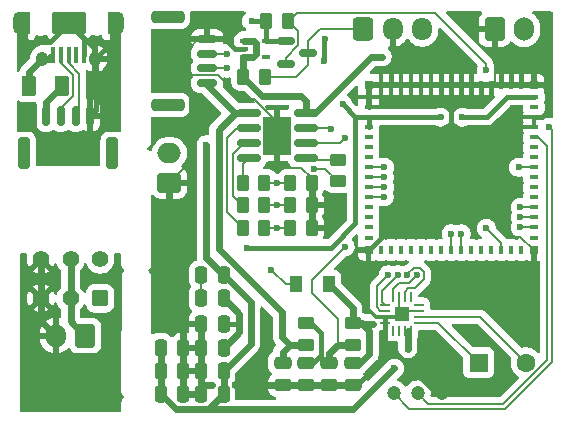
<source format=gbr>
%TF.GenerationSoftware,KiCad,Pcbnew,9.0.0*%
%TF.CreationDate,2025-05-13T10:19:14-05:00*%
%TF.ProjectId,Refraction Cell Circuit,52656672-6163-4746-996f-6e2043656c6c,rev?*%
%TF.SameCoordinates,Original*%
%TF.FileFunction,Copper,L1,Top*%
%TF.FilePolarity,Positive*%
%FSLAX46Y46*%
G04 Gerber Fmt 4.6, Leading zero omitted, Abs format (unit mm)*
G04 Created by KiCad (PCBNEW 9.0.0) date 2025-05-13 10:19:14*
%MOMM*%
%LPD*%
G01*
G04 APERTURE LIST*
G04 Aperture macros list*
%AMRoundRect*
0 Rectangle with rounded corners*
0 $1 Rounding radius*
0 $2 $3 $4 $5 $6 $7 $8 $9 X,Y pos of 4 corners*
0 Add a 4 corners polygon primitive as box body*
4,1,4,$2,$3,$4,$5,$6,$7,$8,$9,$2,$3,0*
0 Add four circle primitives for the rounded corners*
1,1,$1+$1,$2,$3*
1,1,$1+$1,$4,$5*
1,1,$1+$1,$6,$7*
1,1,$1+$1,$8,$9*
0 Add four rect primitives between the rounded corners*
20,1,$1+$1,$2,$3,$4,$5,0*
20,1,$1+$1,$4,$5,$6,$7,0*
20,1,$1+$1,$6,$7,$8,$9,0*
20,1,$1+$1,$8,$9,$2,$3,0*%
%AMOutline5P*
0 Free polygon, 5 corners , with rotation*
0 The origin of the aperture is its center*
0 number of corners: always 5*
0 $1 to $10 corner X, Y*
0 $11 Rotation angle, in degrees counterclockwise*
0 create outline with 5 corners*
4,1,5,$1,$2,$3,$4,$5,$6,$7,$8,$9,$10,$1,$2,$11*%
%AMOutline6P*
0 Free polygon, 6 corners , with rotation*
0 The origin of the aperture is its center*
0 number of corners: always 6*
0 $1 to $12 corner X, Y*
0 $13 Rotation angle, in degrees counterclockwise*
0 create outline with 6 corners*
4,1,6,$1,$2,$3,$4,$5,$6,$7,$8,$9,$10,$11,$12,$1,$2,$13*%
%AMOutline7P*
0 Free polygon, 7 corners , with rotation*
0 The origin of the aperture is its center*
0 number of corners: always 7*
0 $1 to $14 corner X, Y*
0 $15 Rotation angle, in degrees counterclockwise*
0 create outline with 7 corners*
4,1,7,$1,$2,$3,$4,$5,$6,$7,$8,$9,$10,$11,$12,$13,$14,$1,$2,$15*%
%AMOutline8P*
0 Free polygon, 8 corners , with rotation*
0 The origin of the aperture is its center*
0 number of corners: always 8*
0 $1 to $16 corner X, Y*
0 $17 Rotation angle, in degrees counterclockwise*
0 create outline with 8 corners*
4,1,8,$1,$2,$3,$4,$5,$6,$7,$8,$9,$10,$11,$12,$13,$14,$15,$16,$1,$2,$17*%
G04 Aperture macros list end*
%TA.AperFunction,SMDPad,CuDef*%
%ADD10RoundRect,0.250000X0.250000X0.475000X-0.250000X0.475000X-0.250000X-0.475000X0.250000X-0.475000X0*%
%TD*%
%TA.AperFunction,SMDPad,CuDef*%
%ADD11RoundRect,0.250000X0.262500X0.450000X-0.262500X0.450000X-0.262500X-0.450000X0.262500X-0.450000X0*%
%TD*%
%TA.AperFunction,SMDPad,CuDef*%
%ADD12RoundRect,0.100000X0.100000X0.575000X-0.100000X0.575000X-0.100000X-0.575000X0.100000X-0.575000X0*%
%TD*%
%TA.AperFunction,HeatsinkPad*%
%ADD13O,1.000000X1.900000*%
%TD*%
%TA.AperFunction,SMDPad,CuDef*%
%ADD14R,0.875000X1.900000*%
%TD*%
%TA.AperFunction,HeatsinkPad*%
%ADD15O,1.050000X1.250000*%
%TD*%
%TA.AperFunction,SMDPad,CuDef*%
%ADD16RoundRect,0.250000X1.200000X0.700000X-1.200000X0.700000X-1.200000X-0.700000X1.200000X-0.700000X0*%
%TD*%
%TA.AperFunction,SMDPad,CuDef*%
%ADD17RoundRect,0.250000X-0.475000X0.250000X-0.475000X-0.250000X0.475000X-0.250000X0.475000X0.250000X0*%
%TD*%
%TA.AperFunction,SMDPad,CuDef*%
%ADD18RoundRect,0.250000X-0.450000X0.262500X-0.450000X-0.262500X0.450000X-0.262500X0.450000X0.262500X0*%
%TD*%
%TA.AperFunction,SMDPad,CuDef*%
%ADD19RoundRect,0.178200X-0.846800X-0.151800X0.846800X-0.151800X0.846800X0.151800X-0.846800X0.151800X0*%
%TD*%
%TA.AperFunction,SMDPad,CuDef*%
%ADD20R,2.410000X3.300000*%
%TD*%
%TA.AperFunction,SMDPad,CuDef*%
%ADD21RoundRect,0.250000X-0.250000X-0.475000X0.250000X-0.475000X0.250000X0.475000X-0.250000X0.475000X0*%
%TD*%
%TA.AperFunction,SMDPad,CuDef*%
%ADD22RoundRect,0.062500X-0.350000X-0.062500X0.350000X-0.062500X0.350000X0.062500X-0.350000X0.062500X0*%
%TD*%
%TA.AperFunction,SMDPad,CuDef*%
%ADD23RoundRect,0.062500X-0.062500X-0.350000X0.062500X-0.350000X0.062500X0.350000X-0.062500X0.350000X0*%
%TD*%
%TA.AperFunction,HeatsinkPad*%
%ADD24R,1.230000X1.230000*%
%TD*%
%TA.AperFunction,ComponentPad*%
%ADD25RoundRect,0.250000X-0.600000X-0.725000X0.600000X-0.725000X0.600000X0.725000X-0.600000X0.725000X0*%
%TD*%
%TA.AperFunction,ComponentPad*%
%ADD26O,1.700000X1.950000*%
%TD*%
%TA.AperFunction,SMDPad,CuDef*%
%ADD27RoundRect,0.250000X-0.375000X-0.625000X0.375000X-0.625000X0.375000X0.625000X-0.375000X0.625000X0*%
%TD*%
%TA.AperFunction,SMDPad,CuDef*%
%ADD28RoundRect,0.100000X-0.225000X-0.100000X0.225000X-0.100000X0.225000X0.100000X-0.225000X0.100000X0*%
%TD*%
%TA.AperFunction,ComponentPad*%
%ADD29R,1.600000X1.600000*%
%TD*%
%TA.AperFunction,ComponentPad*%
%ADD30C,1.600000*%
%TD*%
%TA.AperFunction,SMDPad,CuDef*%
%ADD31RoundRect,0.250000X-0.262500X-0.450000X0.262500X-0.450000X0.262500X0.450000X-0.262500X0.450000X0*%
%TD*%
%TA.AperFunction,SMDPad,CuDef*%
%ADD32R,0.800000X0.400000*%
%TD*%
%TA.AperFunction,SMDPad,CuDef*%
%ADD33R,0.400000X0.800000*%
%TD*%
%TA.AperFunction,HeatsinkPad*%
%ADD34Outline5P,-0.600000X0.204000X-0.204000X0.600000X0.600000X0.600000X0.600000X-0.600000X-0.600000X-0.600000X0.000000*%
%TD*%
%TA.AperFunction,HeatsinkPad*%
%ADD35R,1.200000X1.200000*%
%TD*%
%TA.AperFunction,SMDPad,CuDef*%
%ADD36R,0.800000X0.800000*%
%TD*%
%TA.AperFunction,SMDPad,CuDef*%
%ADD37RoundRect,0.250000X0.450000X-0.262500X0.450000X0.262500X-0.450000X0.262500X-0.450000X-0.262500X0*%
%TD*%
%TA.AperFunction,SMDPad,CuDef*%
%ADD38RoundRect,0.150000X0.700000X-0.150000X0.700000X0.150000X-0.700000X0.150000X-0.700000X-0.150000X0*%
%TD*%
%TA.AperFunction,SMDPad,CuDef*%
%ADD39RoundRect,0.250000X1.150000X-0.250000X1.150000X0.250000X-1.150000X0.250000X-1.150000X-0.250000X0*%
%TD*%
%TA.AperFunction,ComponentPad*%
%ADD40RoundRect,0.250000X-0.600000X-0.750000X0.600000X-0.750000X0.600000X0.750000X-0.600000X0.750000X0*%
%TD*%
%TA.AperFunction,ComponentPad*%
%ADD41O,1.700000X2.000000*%
%TD*%
%TA.AperFunction,SMDPad,CuDef*%
%ADD42R,1.000000X1.400000*%
%TD*%
%TA.AperFunction,SMDPad,CuDef*%
%ADD43RoundRect,0.150000X-0.150000X-0.700000X0.150000X-0.700000X0.150000X0.700000X-0.150000X0.700000X0*%
%TD*%
%TA.AperFunction,SMDPad,CuDef*%
%ADD44RoundRect,0.250000X-0.250000X-1.100000X0.250000X-1.100000X0.250000X1.100000X-0.250000X1.100000X0*%
%TD*%
%TA.AperFunction,ComponentPad*%
%ADD45RoundRect,0.250000X0.750000X-0.600000X0.750000X0.600000X-0.750000X0.600000X-0.750000X-0.600000X0*%
%TD*%
%TA.AperFunction,ComponentPad*%
%ADD46O,2.000000X1.700000*%
%TD*%
%TA.AperFunction,ComponentPad*%
%ADD47RoundRect,0.250000X0.450000X0.450000X-0.450000X0.450000X-0.450000X-0.450000X0.450000X-0.450000X0*%
%TD*%
%TA.AperFunction,ComponentPad*%
%ADD48C,1.400000*%
%TD*%
%TA.AperFunction,SMDPad,CuDef*%
%ADD49RoundRect,0.150000X-0.587500X-0.150000X0.587500X-0.150000X0.587500X0.150000X-0.587500X0.150000X0*%
%TD*%
%TA.AperFunction,ComponentPad*%
%ADD50RoundRect,0.250000X0.600000X0.750000X-0.600000X0.750000X-0.600000X-0.750000X0.600000X-0.750000X0*%
%TD*%
%TA.AperFunction,ViaPad*%
%ADD51C,0.600000*%
%TD*%
%TA.AperFunction,ViaPad*%
%ADD52C,1.200000*%
%TD*%
%TA.AperFunction,Conductor*%
%ADD53C,0.200000*%
%TD*%
%TA.AperFunction,Conductor*%
%ADD54C,0.600000*%
%TD*%
%TA.AperFunction,Conductor*%
%ADD55C,0.400000*%
%TD*%
%TA.AperFunction,Conductor*%
%ADD56C,0.300000*%
%TD*%
G04 APERTURE END LIST*
D10*
%TO.P,C2,1*%
%TO.N,3.3V*%
X142410000Y-109810000D03*
%TO.P,C2,2*%
%TO.N,Net-(C1-Pad2)*%
X140510000Y-109810000D03*
%TD*%
D11*
%TO.P,R12,1*%
%TO.N,Bat-*%
X149872500Y-100040000D03*
%TO.P,R12,2*%
%TO.N,Bat Indicator 3 (3.3V)*%
X148047500Y-100040000D03*
%TD*%
D12*
%TO.P,REF\u002A\u002A,1*%
%TO.N,Net-(J1-VBUS)*%
X128003750Y-89185000D03*
%TO.P,REF\u002A\u002A,2*%
%TO.N,D- *%
X128653750Y-89185000D03*
%TO.P,REF\u002A\u002A,3*%
%TO.N,D+ *%
X129303750Y-89185000D03*
%TO.P,REF\u002A\u002A,4*%
%TO.N,N/C*%
X129953750Y-89185000D03*
D13*
%TO.P,REF\u002A\u002A,6*%
%TO.N,Bat-*%
X133478750Y-86510000D03*
D14*
X133041250Y-86510000D03*
D15*
X131528750Y-89510000D03*
D16*
X129303750Y-86510000D03*
D15*
%TO.N,Net-(J1-VBUS)*%
X127078750Y-89510000D03*
D14*
%TO.N,Bat-*%
X125566250Y-86510000D03*
D13*
X125128750Y-86510000D03*
D12*
%TO.P,REF\u002A\u002A,b*%
X130603750Y-89185000D03*
%TD*%
D17*
%TO.P,C12,1*%
%TO.N,Net-(U3-BAT)*%
X151360000Y-115285000D03*
%TO.P,C12,2*%
%TO.N,Bat-*%
X151360000Y-117185000D03*
%TD*%
D10*
%TO.P,C6,1*%
%TO.N,3.3V*%
X142410000Y-113985000D03*
%TO.P,C6,2*%
%TO.N,Bat-*%
X140510000Y-113985000D03*
%TD*%
%TO.P,C1,1*%
%TO.N,5V*%
X142410000Y-107835000D03*
%TO.P,C1,2*%
%TO.N,Net-(C1-Pad2)*%
X140510000Y-107835000D03*
%TD*%
D18*
%TO.P,2\u03A9,1*%
%TO.N,Bat+*%
X153360000Y-111910000D03*
%TO.P,2\u03A9,2*%
%TO.N,Net-(U3-BAT)*%
X153360000Y-113735000D03*
%TD*%
D19*
%TO.P,U3,1,VCC*%
%TO.N,5V-SOURCE*%
X144537500Y-94140000D03*
%TO.P,U3,2,LED1*%
%TO.N,Bat Indicator 1 (5V)*%
X144537500Y-95410000D03*
%TO.P,U3,3,LED2*%
%TO.N,Bat Indicator 2 (5V)*%
X144537500Y-96680000D03*
%TO.P,U3,4,LED3*%
%TO.N,Bat Indicator 3 (5V)*%
X144537500Y-97950000D03*
%TO.P,U3,5,KEY*%
%TO.N,Net-(U3-KEY)*%
X149397500Y-97950000D03*
%TO.P,U3,6,BAT*%
%TO.N,Net-(U3-BAT)*%
X149397500Y-96680000D03*
%TO.P,U3,7,SW*%
%TO.N,Net-(U3-SW)*%
X149397500Y-95410000D03*
%TO.P,U3,8,VOUT*%
%TO.N,5V*%
X149397500Y-94140000D03*
D20*
%TO.P,U3,9,GND*%
%TO.N,Bat-*%
X146967500Y-96045000D03*
%TD*%
D11*
%TO.P,R10,1*%
%TO.N,Bat-*%
X149872500Y-101940000D03*
%TO.P,R10,2*%
%TO.N,Bat Indicator 2 (3.3V)*%
X148047500Y-101940000D03*
%TD*%
D10*
%TO.P,C7,1*%
%TO.N,3.3V*%
X142410000Y-112010000D03*
%TO.P,C7,2*%
%TO.N,Bat-*%
X140510000Y-112010000D03*
%TD*%
D21*
%TO.P,C16,1*%
%TO.N,5V*%
X137085000Y-115960000D03*
%TO.P,C16,2*%
%TO.N,Bat-*%
X138985000Y-115960000D03*
%TD*%
D17*
%TO.P,C10,1*%
%TO.N,5V-SOURCE*%
X147410000Y-115272500D03*
%TO.P,C10,2*%
%TO.N,Bat-*%
X147410000Y-117172500D03*
%TD*%
%TO.P,2x 10\u00B5f,1*%
%TO.N,Bat+*%
X153335000Y-115285000D03*
%TO.P,2x 10\u00B5f,2*%
%TO.N,Bat-*%
X153335000Y-117185000D03*
%TD*%
D11*
%TO.P,R4,1*%
%TO.N,Bat-*%
X149872500Y-103835000D03*
%TO.P,R4,2*%
%TO.N,Bat Indicator 1 (3.3V)*%
X148047500Y-103835000D03*
%TD*%
D10*
%TO.P,C9,1*%
%TO.N,5V*%
X142410000Y-115960000D03*
%TO.P,C9,2*%
%TO.N,Bat-*%
X140510000Y-115960000D03*
%TD*%
D22*
%TO.P,U5,1,DIN*%
%TO.N,DOUT*%
X156085000Y-110360000D03*
%TO.P,U5,2,GAIN_SLOT*%
%TO.N,GAIN*%
X156085000Y-110860000D03*
%TO.P,U5,3,GND*%
%TO.N,Bat-*%
X156085000Y-111360000D03*
%TO.P,U5,4,~{SD_MODE}*%
X156085000Y-111860000D03*
D23*
%TO.P,U5,5,NC*%
%TO.N,unconnected-(U5-NC-Pad5)*%
X156772500Y-112547500D03*
%TO.P,U5,6,NC*%
%TO.N,unconnected-(U5-NC-Pad6)*%
X157272500Y-112547500D03*
%TO.P,U5,7,VDD*%
%TO.N,5V*%
X157772500Y-112547500D03*
%TO.P,U5,8,VDD*%
X158272500Y-112547500D03*
D22*
%TO.P,U5,9,OUTP*%
%TO.N,Net-(U5-OUTP)*%
X158960000Y-111860000D03*
%TO.P,U5,10,OUTN*%
%TO.N,Net-(U5-OUTN)*%
X158960000Y-111360000D03*
%TO.P,U5,11,GND*%
%TO.N,Bat-*%
X158960000Y-110860000D03*
%TO.P,U5,12,NC*%
%TO.N,unconnected-(U5-NC-Pad12)*%
X158960000Y-110360000D03*
D23*
%TO.P,U5,13,NC*%
%TO.N,unconnected-(U5-NC-Pad13)*%
X158272500Y-109672500D03*
%TO.P,U5,14,LRCLK*%
%TO.N,LRCK*%
X157772500Y-109672500D03*
%TO.P,U5,15,GND*%
%TO.N,Bat-*%
X157272500Y-109672500D03*
%TO.P,U5,16,BCLK*%
%TO.N,BCLK *%
X156772500Y-109672500D03*
D24*
%TO.P,U5,17,PAD*%
%TO.N,Bat-*%
X157522500Y-111110000D03*
%TD*%
D25*
%TO.P,REF\u002A\u002A,1*%
%TO.N,LED Com (5v)*%
X154235000Y-87035000D03*
D26*
%TO.P,REF\u002A\u002A,2*%
%TO.N,Bat-*%
X156735000Y-87035000D03*
%TO.P,REF\u002A\u002A,3*%
%TO.N,5V*%
X159235000Y-87035000D03*
%TD*%
D27*
%TO.P,REF\u002A\u002A,1*%
%TO.N,Net-(J1-VBUS)*%
X125941250Y-91835000D03*
%TO.P,REF\u002A\u002A,2*%
%TO.N,5V-SOURCE*%
X128741250Y-91835000D03*
%TD*%
D28*
%TO.P,U4,1,VIN*%
%TO.N,5V*%
X144147500Y-88035000D03*
%TO.P,U4,2,GND*%
%TO.N,Bat-*%
X144147500Y-88685000D03*
%TO.P,U4,3,EN*%
%TO.N,5V*%
X144147500Y-89335000D03*
%TO.P,U4,4,NC*%
%TO.N,unconnected-(U4-NC-Pad4)*%
X146047500Y-89335000D03*
%TO.P,U4,5,VOUT*%
%TO.N,3.3V*%
X146047500Y-88035000D03*
%TD*%
D11*
%TO.P,R3,1*%
%TO.N,Bat Indicator 1 (3.3V)*%
X145872500Y-103840000D03*
%TO.P,R3,2*%
%TO.N,Bat Indicator 1 (5V)*%
X144047500Y-103840000D03*
%TD*%
D29*
%TO.P,LS2,1,1*%
%TO.N,Net-(U5-OUTP)*%
X164010000Y-115260000D03*
D30*
%TO.P,LS2,2,2*%
%TO.N,Net-(U5-OUTN)*%
X168010000Y-115260000D03*
%TD*%
D31*
%TO.P,10k,1*%
%TO.N,3.3V*%
X146047500Y-86335000D03*
%TO.P,10k,2*%
%TO.N,LED Com (3.3V)*%
X147872500Y-86335000D03*
%TD*%
D32*
%TO.P,U1,1,GND*%
%TO.N,Bat-*%
X154685000Y-92760000D03*
%TO.P,U1,2,GND*%
X154685000Y-93610000D03*
%TO.P,U1,3,3V3*%
%TO.N,3.3V*%
X154685000Y-94460000D03*
%TO.P,U1,4,IO0*%
X154685000Y-95310000D03*
%TO.P,U1,5,IO1*%
%TO.N,unconnected-(U1-IO1-Pad5)*%
X154685000Y-96160000D03*
%TO.P,U1,6,IO2*%
%TO.N,unconnected-(U1-IO2-Pad6)*%
X154685000Y-97010000D03*
%TO.P,U1,7,IO3*%
%TO.N,unconnected-(U1-IO3-Pad7)*%
X154685000Y-97860000D03*
%TO.P,U1,8,IO4*%
%TO.N,BCLK *%
X154685000Y-98710000D03*
%TO.P,U1,9,IO5*%
%TO.N,LRCK*%
X154685000Y-99560000D03*
%TO.P,U1,10,IO6*%
%TO.N,DOUT*%
X154685000Y-100410000D03*
%TO.P,U1,11,IO7*%
%TO.N,GAIN*%
X154685000Y-101260000D03*
%TO.P,U1,12,IO8*%
%TO.N,unconnected-(U1-IO8-Pad12)*%
X154685000Y-102110000D03*
%TO.P,U1,13,IO9*%
%TO.N,unconnected-(U1-IO9-Pad13)*%
X154685000Y-102960000D03*
%TO.P,U1,14,IO10*%
%TO.N,unconnected-(U1-IO10-Pad14)*%
X154685000Y-103810000D03*
%TO.P,U1,15,IO11*%
%TO.N,unconnected-(U1-IO11-Pad15)*%
X154685000Y-104660000D03*
D33*
%TO.P,U1,16,IO12*%
%TO.N,unconnected-(U1-IO12-Pad16)*%
X155735000Y-105710000D03*
%TO.P,U1,17,IO13*%
%TO.N,unconnected-(U1-IO13-Pad17)*%
X156585000Y-105710000D03*
%TO.P,U1,18,IO14*%
%TO.N,unconnected-(U1-IO14-Pad18)*%
X157435000Y-105710000D03*
%TO.P,U1,19,IO15*%
%TO.N,unconnected-(U1-IO15-Pad19)*%
X158285000Y-105710000D03*
%TO.P,U1,20,IO16*%
%TO.N,unconnected-(U1-IO16-Pad20)*%
X159135000Y-105710000D03*
%TO.P,U1,21,IO17*%
%TO.N,unconnected-(U1-IO17-Pad21)*%
X159985000Y-105710000D03*
%TO.P,U1,22,IO18*%
%TO.N,unconnected-(U1-IO18-Pad22)*%
X160835000Y-105710000D03*
%TO.P,U1,23,IO19*%
%TO.N,D+ *%
X161685000Y-105710000D03*
%TO.P,U1,24,IO20*%
%TO.N,D- *%
X162535000Y-105710000D03*
%TO.P,U1,25,IO21*%
%TO.N,unconnected-(U1-IO21-Pad25)*%
X163385000Y-105710000D03*
%TO.P,U1,26,IO26*%
%TO.N,unconnected-(U1-IO26-Pad26)*%
X164235000Y-105710000D03*
%TO.P,U1,27,IO47*%
%TO.N,unconnected-(U1-IO47-Pad27)*%
X165085000Y-105710000D03*
%TO.P,U1,28,IO33*%
%TO.N,LED Com (3.3V)*%
X165935000Y-105710000D03*
%TO.P,U1,29,IO34*%
%TO.N,unconnected-(U1-IO34-Pad29)*%
X166785000Y-105710000D03*
%TO.P,U1,30,IO48*%
%TO.N,unconnected-(U1-IO48-Pad30)*%
X167635000Y-105710000D03*
D32*
%TO.P,U1,31,IO35*%
%TO.N,unconnected-(U1-IO35-Pad31)*%
X168685000Y-104660000D03*
%TO.P,U1,32,IO36*%
%TO.N,Bat Indicator 1 (3.3V)*%
X168685000Y-103810000D03*
%TO.P,U1,33,IO37*%
%TO.N,Bat Indicator 2 (3.3V)*%
X168685000Y-102960000D03*
%TO.P,U1,34,IO38*%
%TO.N,Bat Indicator 3 (3.3V)*%
X168685000Y-102110000D03*
%TO.P,U1,35,IO39*%
%TO.N,unconnected-(U1-IO39-Pad35)*%
X168685000Y-101260000D03*
%TO.P,U1,36,IO40*%
%TO.N,unconnected-(U1-IO40-Pad36)*%
X168685000Y-100410000D03*
%TO.P,U1,37,IO41*%
%TO.N,unconnected-(U1-IO41-Pad37)*%
X168685000Y-99560000D03*
%TO.P,U1,38,IO42*%
%TO.N,Open 1*%
X168685000Y-98710000D03*
%TO.P,U1,39,TXD0*%
%TO.N,unconnected-(U1-TXD0-Pad39)*%
X168685000Y-97860000D03*
%TO.P,U1,40,RXD0*%
%TO.N,unconnected-(U1-RXD0-Pad40)*%
X168685000Y-97010000D03*
%TO.P,U1,41,IO45*%
%TO.N,Open 2*%
X168685000Y-96160000D03*
%TO.P,U1,42,GND*%
%TO.N,Bat-*%
X168685000Y-95310000D03*
%TO.P,U1,43,GND*%
X168685000Y-94460000D03*
%TO.P,U1,44,IO46*%
%TO.N,unconnected-(U1-IO46-Pad44)*%
X168685000Y-93610000D03*
%TO.P,U1,45,EN*%
%TO.N,3.3V*%
X168685000Y-92760000D03*
D33*
%TO.P,U1,46,GND*%
%TO.N,Bat-*%
X167635000Y-91710000D03*
%TO.P,U1,47,GND*%
X166785000Y-91710000D03*
%TO.P,U1,48,GND*%
X165935000Y-91710000D03*
%TO.P,U1,49,GND*%
X165085000Y-91710000D03*
%TO.P,U1,50,GND*%
X164235000Y-91710000D03*
%TO.P,U1,51,GND*%
X163385000Y-91710000D03*
%TO.P,U1,52,GND*%
X162535000Y-91710000D03*
%TO.P,U1,53,GND*%
X161685000Y-91710000D03*
%TO.P,U1,54,GND*%
X160835000Y-91710000D03*
%TO.P,U1,55,GND*%
X159985000Y-91710000D03*
%TO.P,U1,56,GND*%
X159135000Y-91710000D03*
%TO.P,U1,57,GND*%
X158285000Y-91710000D03*
%TO.P,U1,58,GND*%
X157435000Y-91710000D03*
%TO.P,U1,59,GND*%
X156585000Y-91710000D03*
%TO.P,U1,60,GND*%
X155735000Y-91710000D03*
D34*
%TO.P,U1,61,GND*%
X160035000Y-97060000D03*
D35*
X160035000Y-98710000D03*
X160035000Y-100360000D03*
X161685000Y-97060000D03*
X161685000Y-98710000D03*
X161685000Y-100360000D03*
X163335000Y-97060000D03*
X163335000Y-98710000D03*
X163335000Y-100360000D03*
D36*
%TO.P,U1,62,GND*%
X154685000Y-91710000D03*
%TO.P,U1,63,GND*%
X154685000Y-105710000D03*
%TO.P,U1,64,GND*%
X168685000Y-105710000D03*
%TO.P,U1,65,GND*%
X168685000Y-91710000D03*
%TD*%
D37*
%TO.P,R7,1*%
%TO.N,5V-SOURCE*%
X149410000Y-113747500D03*
%TO.P,R7,2*%
%TO.N,Net-(C11-Pad1)*%
X149410000Y-111922500D03*
%TD*%
D38*
%TO.P,REF\u002A\u002A,1*%
%TO.N,5V-SOURCE*%
X141022500Y-91585000D03*
%TO.P,REF\u002A\u002A,3*%
%TO.N,D+ *%
X141022500Y-89085000D03*
%TO.P,REF\u002A\u002A,4*%
%TO.N,Bat-*%
X141022500Y-87835000D03*
%TO.P,REF\u002A\u002A,D*%
%TO.N,D- *%
X141022500Y-90335000D03*
D39*
%TO.P,REF\u002A\u002A,MP*%
%TO.N,N/C*%
X137672500Y-93435000D03*
X137672500Y-85985000D03*
%TD*%
D40*
%TO.P,REF\u002A\u002A,1*%
%TO.N,Bat-*%
X165360000Y-87035000D03*
D41*
%TO.P,REF\u002A\u002A,2*%
%TO.N,Bat+*%
X167860000Y-87035000D03*
%TD*%
D31*
%TO.P,R14,1*%
%TO.N,5V*%
X144097500Y-91035000D03*
%TO.P,R14,2*%
%TO.N,LED Com (5v)*%
X145922500Y-91035000D03*
%TD*%
D11*
%TO.P,R5,1*%
%TO.N,Bat Indicator 2 (3.3V)*%
X145872500Y-101940000D03*
%TO.P,R5,2*%
%TO.N,Bat Indicator 2 (5V)*%
X144047500Y-101940000D03*
%TD*%
%TO.P,R11,1*%
%TO.N,Bat Indicator 3 (3.3V)*%
X145872500Y-100040000D03*
%TO.P,R11,2*%
%TO.N,Bat Indicator 3 (5V)*%
X144047500Y-100040000D03*
%TD*%
D17*
%TO.P,C11,1*%
%TO.N,Net-(C11-Pad1)*%
X149385000Y-115272500D03*
%TO.P,C11,2*%
%TO.N,Bat-*%
X149385000Y-117172500D03*
%TD*%
D10*
%TO.P,C8,1*%
%TO.N,5V*%
X142410000Y-117935000D03*
%TO.P,C8,2*%
%TO.N,Bat-*%
X140510000Y-117935000D03*
%TD*%
D18*
%TO.P,10k,1*%
%TO.N,Net-(U3-KEY)*%
X152085000Y-98060000D03*
%TO.P,10k,2*%
%TO.N,5V-PWR-SW*%
X152085000Y-99885000D03*
%TD*%
D21*
%TO.P,C15,1*%
%TO.N,5V*%
X137085000Y-117935000D03*
%TO.P,C15,2*%
%TO.N,Bat-*%
X138985000Y-117935000D03*
%TD*%
D42*
%TO.P,4.7\u202F\u00B5H1,1,1*%
%TO.N,Net-(U3-SW)*%
X148535000Y-108610000D03*
%TO.P,4.7\u202F\u00B5H1,2,2*%
%TO.N,Bat+*%
X151335000Y-108610000D03*
%TD*%
D43*
%TO.P,REF\u002A\u002A,1*%
%TO.N,5V-SOURCE*%
X127391250Y-94335000D03*
%TO.P,REF\u002A\u002A,2*%
%TO.N,D- *%
X128641250Y-94335000D03*
%TO.P,REF\u002A\u002A,3*%
%TO.N,D+ *%
X129891250Y-94335000D03*
%TO.P,REF\u002A\u002A,4*%
%TO.N,Bat-*%
X131141250Y-94335000D03*
D44*
%TO.P,REF\u002A\u002A,MP*%
%TO.N,N/C*%
X125541250Y-97535000D03*
X132991250Y-97535000D03*
%TD*%
D45*
%TO.P,REF\u002A\u002A,*%
%TO.N,Bat-*%
X137835000Y-100010000D03*
D46*
%TO.P,REF\u002A\u002A,2*%
%TO.N,5V-PWR-SW*%
X137835000Y-97510000D03*
%TD*%
D21*
%TO.P,3x 22uf,1*%
%TO.N,5V*%
X137085000Y-113985000D03*
%TO.P,3x 22uf,2*%
%TO.N,Bat-*%
X138985000Y-113985000D03*
%TD*%
D47*
%TO.P,SW1,1,A*%
%TO.N,unconnected-(SW1A-A-Pad1)*%
X131960000Y-109810000D03*
D48*
%TO.P,SW1,2,B*%
%TO.N,5V-PWR-SW*%
X129460000Y-109810000D03*
%TO.P,SW1,5*%
X129460000Y-106510000D03*
%TO.N,Bat-*%
X126960000Y-109810000D03*
X126960000Y-106510000D03*
%TO.P,SW1,6*%
%TO.N,N/C*%
X131960000Y-106510000D03*
%TD*%
D49*
%TO.P,Q1,1,G*%
%TO.N,3.3V*%
X147685000Y-88047500D03*
%TO.P,Q1,2,S*%
%TO.N,LED Com (3.3V)*%
X147685000Y-89947500D03*
%TO.P,Q1,3,D*%
%TO.N,LED Com (5v)*%
X149560000Y-88997500D03*
%TD*%
D50*
%TO.P,REF\u002A\u002A,1*%
%TO.N,5V-PWR-SW*%
X130710000Y-112977500D03*
D41*
%TO.P,REF\u002A\u002A,2*%
%TO.N,Bat-*%
X128210000Y-112977500D03*
%TD*%
D51*
%TO.N,Bat-*%
X143385000Y-117172500D03*
D52*
X160935000Y-117860000D03*
D51*
X141435000Y-117172500D03*
%TO.N,5V*%
X155860000Y-89335000D03*
X145735000Y-92635000D03*
X156885000Y-115735000D03*
X158010000Y-114085000D03*
X140960000Y-96810000D03*
%TO.N,3.3V*%
X160785000Y-94460000D03*
X144385000Y-105585000D03*
X150960000Y-87835000D03*
X152485000Y-93385000D03*
X143760000Y-112010000D03*
X162610000Y-94460000D03*
X144785000Y-86335000D03*
X150947500Y-89710000D03*
%TO.N,D+ *%
X142690000Y-89085000D03*
X161685000Y-104330000D03*
%TO.N,D- *%
X142710000Y-90335000D03*
X162540000Y-104330000D03*
%TO.N,LED Com (3.3V)*%
X164660000Y-103885000D03*
X164660000Y-90460000D03*
%TO.N,Bat Indicator 1 (3.3V)*%
X146967500Y-103835000D03*
X167535000Y-103810000D03*
D52*
%TO.N,Open 1*%
X156835000Y-117860000D03*
D51*
X167390000Y-98710000D03*
X169960000Y-95335000D03*
%TO.N,Bat Indicator 2 (3.3V)*%
X167535000Y-102960000D03*
X146967500Y-101940000D03*
%TO.N,Bat Indicator 3 (3.3V)*%
X167535000Y-102110000D03*
X146967500Y-100040000D03*
%TO.N,Bat+*%
X155060000Y-111960000D03*
%TO.N,GAIN*%
X156360000Y-107810000D03*
X156029595Y-101209985D03*
%TO.N,5V-PWR-SW*%
X150035000Y-98840000D03*
%TO.N,LRCK*%
X156035000Y-99560000D03*
X157960000Y-107810000D03*
%TO.N,BCLK *%
X158760000Y-107810000D03*
X156035000Y-98710000D03*
%TO.N,DOUT*%
X157160000Y-107810000D03*
X156035000Y-100410000D03*
D52*
%TO.N,Open 2*%
X158835000Y-117860000D03*
D51*
%TO.N,Net-(U3-SW)*%
X151510000Y-95485000D03*
X146435000Y-107385000D03*
%TO.N,Net-(U3-BAT)*%
X152710000Y-96235000D03*
X152710000Y-105435000D03*
%TD*%
D53*
%TO.N,Bat-*%
X147510000Y-98735000D02*
X148949488Y-98735000D01*
D54*
X149872500Y-100040000D02*
X149872500Y-103835000D01*
D55*
X156085000Y-113165000D02*
X156085000Y-114840000D01*
D54*
X140510000Y-117935000D02*
X138985000Y-117935000D01*
X137825000Y-103800000D02*
X138985000Y-104960000D01*
D53*
X137835000Y-100010000D02*
X139550000Y-98295000D01*
D55*
X131575000Y-89556250D02*
X131575000Y-93901250D01*
D53*
X165360000Y-91435000D02*
X165085000Y-91710000D01*
X146967500Y-98192500D02*
X147510000Y-98735000D01*
X140290000Y-87835000D02*
X141022500Y-87835000D01*
D55*
X125841250Y-88110000D02*
X127703750Y-88110000D01*
D56*
X157522500Y-111110000D02*
X157282500Y-111350000D01*
D53*
X139550000Y-98295000D02*
X139550000Y-88920000D01*
D55*
X156085000Y-113535000D02*
X156085000Y-113165000D01*
D53*
X167550000Y-104575000D02*
X166850000Y-104575000D01*
X168685000Y-95310000D02*
X168685000Y-94460000D01*
D56*
X155325000Y-111350000D02*
X154675000Y-110700000D01*
D53*
X157272500Y-111360000D02*
X156085000Y-111360000D01*
X163335000Y-101060000D02*
X163335000Y-100360000D01*
D54*
X143385000Y-117172500D02*
X143397500Y-117185000D01*
D53*
X139550000Y-88575000D02*
X140290000Y-87835000D01*
D55*
X161685000Y-97060000D02*
X161685000Y-91710000D01*
D54*
X140510000Y-117135000D02*
X140510000Y-112010000D01*
D53*
X156735000Y-87035000D02*
X156735000Y-91560000D01*
D54*
X138985000Y-104960000D02*
X138985000Y-113985000D01*
D53*
X143875000Y-92900000D02*
X141911000Y-90936000D01*
D55*
X141022500Y-87835000D02*
X142535000Y-87835000D01*
D54*
X160035000Y-100360000D02*
X163335000Y-100360000D01*
D56*
X157282500Y-111350000D02*
X155325000Y-111350000D01*
D53*
X125128750Y-86510000D02*
X125566250Y-86510000D01*
X165360000Y-87035000D02*
X165360000Y-91435000D01*
D54*
X147410000Y-117172500D02*
X143385000Y-117172500D01*
D53*
X141911000Y-90936000D02*
X139586000Y-90936000D01*
D54*
X137825000Y-100020000D02*
X137825000Y-103800000D01*
D55*
X129303750Y-86510000D02*
X130603750Y-87810000D01*
D53*
X157522500Y-111110000D02*
X157272500Y-111360000D01*
D55*
X169900000Y-93950000D02*
X169390000Y-94460000D01*
D56*
X154675000Y-110700000D02*
X154675000Y-105720000D01*
D54*
X141435000Y-117172500D02*
X140547500Y-117172500D01*
X126960000Y-111727500D02*
X128210000Y-112977500D01*
X161685000Y-97060000D02*
X161685000Y-100360000D01*
D53*
X144978728Y-92900000D02*
X143875000Y-92900000D01*
X146967500Y-94888772D02*
X144978728Y-92900000D01*
D54*
X160035000Y-98710000D02*
X163335000Y-98710000D01*
D55*
X127703750Y-88110000D02*
X129303750Y-86510000D01*
X125566250Y-86510000D02*
X125566250Y-87835000D01*
D54*
X153740000Y-117185000D02*
X153335000Y-117185000D01*
D55*
X125566250Y-87835000D02*
X125841250Y-88110000D01*
D53*
X166850000Y-104575000D02*
X163335000Y-101060000D01*
D54*
X138985000Y-113985000D02*
X138985000Y-117935000D01*
D53*
X157272500Y-109672500D02*
X157272500Y-110860000D01*
D55*
X169390000Y-94460000D02*
X168685000Y-94460000D01*
X169900000Y-92175000D02*
X169900000Y-93950000D01*
D53*
X146967500Y-96045000D02*
X146967500Y-98192500D01*
D55*
X154685000Y-91710000D02*
X168685000Y-91710000D01*
X131528750Y-89510000D02*
X131575000Y-89556250D01*
D53*
X133478750Y-86510000D02*
X133041250Y-86510000D01*
X158960000Y-110860000D02*
X157772500Y-110860000D01*
D55*
X160410000Y-117860000D02*
X156085000Y-113535000D01*
D54*
X126960000Y-106510000D02*
X126960000Y-111727500D01*
D53*
X139586000Y-90936000D02*
X139550000Y-90900000D01*
X150140000Y-99772500D02*
X149872500Y-100040000D01*
D55*
X156085000Y-111860000D02*
X156085000Y-113165000D01*
X156085000Y-114840000D02*
X153740000Y-117185000D01*
D54*
X140510000Y-117935000D02*
X140510000Y-117135000D01*
D55*
X133041250Y-86510000D02*
X133041250Y-87997500D01*
D53*
X139550000Y-90900000D02*
X139550000Y-88920000D01*
D55*
X142535000Y-87835000D02*
X143385000Y-88685000D01*
D53*
X149872500Y-99658012D02*
X149872500Y-100040000D01*
D55*
X154685000Y-91710000D02*
X154685000Y-93610000D01*
D53*
X139550000Y-88920000D02*
X139550000Y-88575000D01*
X156735000Y-91560000D02*
X156585000Y-91710000D01*
D55*
X168685000Y-91710000D02*
X169435000Y-91710000D01*
D53*
X157272500Y-110860000D02*
X157522500Y-111110000D01*
X168685000Y-105710000D02*
X167550000Y-104575000D01*
D55*
X133041250Y-87997500D02*
X131528750Y-89510000D01*
D54*
X163335000Y-97060000D02*
X163335000Y-100360000D01*
D53*
X146967500Y-96045000D02*
X146967500Y-94888772D01*
D54*
X143397500Y-117185000D02*
X143635000Y-117185000D01*
X137835000Y-100010000D02*
X137825000Y-100020000D01*
D56*
X154675000Y-105720000D02*
X154685000Y-105710000D01*
D54*
X160035000Y-97060000D02*
X163335000Y-97060000D01*
D55*
X131575000Y-93901250D02*
X131141250Y-94335000D01*
X131528750Y-89510000D02*
X131528750Y-88735000D01*
D53*
X157772500Y-110860000D02*
X157522500Y-111110000D01*
D54*
X140547500Y-117172500D02*
X140510000Y-117135000D01*
D55*
X160035000Y-100360000D02*
X154685000Y-105710000D01*
X156085000Y-111860000D02*
X156085000Y-111386000D01*
D53*
X148949488Y-98735000D02*
X149872500Y-99658012D01*
X147422500Y-117185000D02*
X147410000Y-117172500D01*
D54*
X153335000Y-117185000D02*
X147422500Y-117185000D01*
X160035000Y-97060000D02*
X160035000Y-100360000D01*
D55*
X143385000Y-88685000D02*
X144147500Y-88685000D01*
X131528750Y-88735000D02*
X129303750Y-86510000D01*
X169435000Y-91710000D02*
X169900000Y-92175000D01*
X130603750Y-87810000D02*
X130603750Y-89185000D01*
D53*
%TO.N,5V*%
X158272500Y-112547500D02*
X158035000Y-112547500D01*
D54*
X144735000Y-110160000D02*
X144735000Y-113635000D01*
X144097500Y-89785000D02*
X144097500Y-89386000D01*
X145697500Y-92635000D02*
X145735000Y-92635000D01*
X144896500Y-89386000D02*
X145135000Y-89147500D01*
X145735000Y-92635000D02*
X148935000Y-92635000D01*
X144097500Y-89386000D02*
X144896500Y-89386000D01*
X150130000Y-94140000D02*
X154935000Y-89335000D01*
X144896500Y-87984000D02*
X144147500Y-87984000D01*
X142410000Y-117935000D02*
X141136000Y-119209000D01*
X142410000Y-117935000D02*
X142410000Y-115960000D01*
X137085000Y-113985000D02*
X137085000Y-117935000D01*
X144097500Y-91035000D02*
X144097500Y-89785000D01*
X140960000Y-96810000D02*
X140960000Y-106385000D01*
X158010000Y-113460000D02*
X158010000Y-112572500D01*
X145135000Y-89147500D02*
X145135000Y-88835000D01*
X149385000Y-93085000D02*
X149385000Y-94127500D01*
D55*
X144947500Y-89335000D02*
X145135000Y-89147500D01*
D54*
X145135000Y-88222500D02*
X144896500Y-87984000D01*
X158010000Y-112572500D02*
X158035000Y-112547500D01*
X149385000Y-94127500D02*
X149397500Y-94140000D01*
X149397500Y-94140000D02*
X150130000Y-94140000D01*
X140960000Y-106385000D02*
X142410000Y-107835000D01*
X141136000Y-119209000D02*
X153411000Y-119209000D01*
D53*
X158035000Y-112547500D02*
X157772500Y-112547500D01*
D54*
X142410000Y-107835000D02*
X144735000Y-110160000D01*
X144097500Y-91035000D02*
X145697500Y-92635000D01*
X138359000Y-119209000D02*
X137085000Y-117935000D01*
X141136000Y-119209000D02*
X138359000Y-119209000D01*
X145135000Y-88222500D02*
X144947500Y-88035000D01*
X149385000Y-93085000D02*
X148935000Y-92635000D01*
X144735000Y-113635000D02*
X142410000Y-115960000D01*
X145135000Y-88835000D02*
X145135000Y-88222500D01*
X158010000Y-114085000D02*
X158010000Y-113460000D01*
X144097500Y-89785000D02*
X144097500Y-89385000D01*
X153411000Y-119209000D02*
X156885000Y-115735000D01*
X154935000Y-89335000D02*
X155860000Y-89335000D01*
D55*
%TO.N,3.3V*%
X150947500Y-87847500D02*
X150960000Y-87835000D01*
X162610000Y-94460000D02*
X164685000Y-94460000D01*
X144785000Y-86335000D02*
X146047500Y-86335000D01*
X153560000Y-103435000D02*
X151485000Y-105510000D01*
X147685000Y-88047500D02*
X146060000Y-88047500D01*
X166385000Y-92760000D02*
X168685000Y-92760000D01*
X143760000Y-112010000D02*
X143785000Y-112010000D01*
X150947500Y-89710000D02*
X150947500Y-87847500D01*
X153560000Y-94460000D02*
X152485000Y-93385000D01*
D54*
X143735000Y-111135000D02*
X143735000Y-112660000D01*
D55*
X144460000Y-105510000D02*
X144385000Y-105585000D01*
X142410000Y-112010000D02*
X143760000Y-112010000D01*
D54*
X142410000Y-109810000D02*
X143735000Y-111135000D01*
X143735000Y-112660000D02*
X142410000Y-113985000D01*
D55*
X154685000Y-94460000D02*
X153560000Y-94460000D01*
X154685000Y-94460000D02*
X160785000Y-94460000D01*
X154685000Y-94460000D02*
X154685000Y-95310000D01*
X153560000Y-94460000D02*
X153560000Y-103435000D01*
X164685000Y-94460000D02*
X166385000Y-92760000D01*
X151485000Y-105510000D02*
X144460000Y-105510000D01*
X146060000Y-88047500D02*
X146047500Y-88035000D01*
X146047500Y-86335000D02*
X146047500Y-88035000D01*
D54*
%TO.N,Net-(J1-VBUS)*%
X125941250Y-91835000D02*
X125941250Y-90647500D01*
X125941250Y-90647500D02*
X127078750Y-89510000D01*
X127078750Y-89510000D02*
X127653750Y-89510000D01*
X127653750Y-89510000D02*
X127753750Y-89410000D01*
%TO.N,5V-SOURCE*%
X141985000Y-105615998D02*
X147360000Y-110990998D01*
X147410000Y-114387500D02*
X147410000Y-115272500D01*
X147360000Y-110990998D02*
X147360000Y-113057500D01*
X127391250Y-93185000D02*
X127391250Y-94335000D01*
X141022500Y-91747500D02*
X141022500Y-91585000D01*
X147360000Y-113057500D02*
X148050000Y-113747500D01*
X128741250Y-91835000D02*
X127391250Y-93185000D01*
X143415000Y-94140000D02*
X141985000Y-95570000D01*
X149410000Y-113747500D02*
X148050000Y-113747500D01*
X148050000Y-113747500D02*
X147410000Y-114387500D01*
X141985000Y-95570000D02*
X141985000Y-105615998D01*
X144537500Y-94140000D02*
X143415000Y-94140000D01*
X143415000Y-94140000D02*
X141022500Y-91747500D01*
D53*
%TO.N,D+ *%
X161680000Y-104320000D02*
X161685000Y-104325000D01*
X129891250Y-94335000D02*
X130175000Y-94051250D01*
X129303750Y-89910002D02*
X129303750Y-89185000D01*
X130175000Y-90781252D02*
X129303750Y-89910002D01*
X142690000Y-89085000D02*
X141022500Y-89085000D01*
X161685000Y-104330000D02*
X161685000Y-104325000D01*
X161685000Y-105710000D02*
X161685000Y-104330000D01*
X130175000Y-94051250D02*
X130175000Y-90781252D01*
%TO.N,D- *%
X128641250Y-93721160D02*
X129667250Y-92695160D01*
X129667250Y-92695160D02*
X129667250Y-90873499D01*
X128653750Y-89859999D02*
X128653750Y-89185000D01*
X162535000Y-104335000D02*
X162540000Y-104330000D01*
X162535000Y-105710000D02*
X162535000Y-104335000D01*
X141022500Y-90335000D02*
X142710000Y-90335000D01*
X129667250Y-90873499D02*
X128653750Y-89859999D01*
%TO.N,Net-(U5-OUTN)*%
X164110000Y-111360000D02*
X158960000Y-111360000D01*
X168010000Y-115260000D02*
X164110000Y-111360000D01*
%TO.N,Net-(U3-KEY)*%
X152085000Y-98060000D02*
X149507500Y-98060000D01*
X149507500Y-98060000D02*
X149397500Y-97950000D01*
%TO.N,Net-(U5-OUTP)*%
X158960000Y-111860000D02*
X160610000Y-111860000D01*
X160610000Y-111860000D02*
X164010000Y-115260000D01*
%TO.N,LED Com (3.3V)*%
X147685000Y-89947500D02*
X147685000Y-89426968D01*
X147685000Y-89426968D02*
X148723500Y-88388468D01*
X165935000Y-105710000D02*
X165935000Y-105160000D01*
X164660000Y-90460000D02*
X164660000Y-89960000D01*
X148723500Y-88388468D02*
X148723500Y-87186000D01*
X148723500Y-87186000D02*
X147872500Y-86335000D01*
X148596500Y-85611000D02*
X147872500Y-86335000D01*
X160311000Y-85611000D02*
X148596500Y-85611000D01*
X165935000Y-105160000D02*
X164660000Y-103885000D01*
X164660000Y-89960000D02*
X160311000Y-85611000D01*
%TO.N,LED Com (5v)*%
X150560000Y-87035000D02*
X149560000Y-88035000D01*
X154235000Y-87035000D02*
X150560000Y-87035000D01*
X148585000Y-91035000D02*
X145922500Y-91035000D01*
X149560000Y-88035000D02*
X149560000Y-88997500D01*
X149560000Y-90060000D02*
X148585000Y-91035000D01*
X149560000Y-88997500D02*
X149560000Y-90060000D01*
%TO.N,Bat Indicator 1 (3.3V)*%
X146967500Y-103835000D02*
X145877500Y-103835000D01*
X145877500Y-103835000D02*
X145872500Y-103840000D01*
X148047500Y-103835000D02*
X146967500Y-103835000D01*
X168685000Y-103810000D02*
X167535000Y-103810000D01*
%TO.N,Bat Indicator 1 (5V)*%
X142710000Y-102502500D02*
X144047500Y-103840000D01*
X142710000Y-96212501D02*
X142710000Y-102502500D01*
X143512501Y-95410000D02*
X142710000Y-96212501D01*
X144537500Y-95410000D02*
X143512501Y-95410000D01*
%TO.N,Open 1*%
X168685000Y-98710000D02*
X167390000Y-98710000D01*
X170184000Y-115210150D02*
X166232150Y-119162000D01*
X170184000Y-95559000D02*
X170184000Y-115210150D01*
X169960000Y-95335000D02*
X170184000Y-95559000D01*
X158137000Y-119162000D02*
X156835000Y-117860000D01*
X166232150Y-119162000D02*
X158137000Y-119162000D01*
X167390000Y-98710000D02*
X167570000Y-98710000D01*
%TO.N,Bat Indicator 2 (5V)*%
X143211500Y-97594772D02*
X143211500Y-101104000D01*
X144126272Y-96680000D02*
X143211500Y-97594772D01*
X144537500Y-96680000D02*
X144126272Y-96680000D01*
X143211500Y-101104000D02*
X144047500Y-101940000D01*
%TO.N,Bat Indicator 2 (3.3V)*%
X168685000Y-102960000D02*
X167535000Y-102960000D01*
X146967500Y-101940000D02*
X148047500Y-101940000D01*
X145872500Y-101940000D02*
X146967500Y-101940000D01*
%TO.N,Bat Indicator 3 (3.3V)*%
X168685000Y-102110000D02*
X167535000Y-102110000D01*
X146967500Y-100040000D02*
X145872500Y-100040000D01*
X148047500Y-100040000D02*
X146967500Y-100040000D01*
%TO.N,Bat Indicator 3 (5V)*%
X144047500Y-98440000D02*
X144047500Y-100040000D01*
X144537500Y-97950000D02*
X144047500Y-98440000D01*
D54*
%TO.N,Bat+*%
X153360000Y-111910000D02*
X153360000Y-110635000D01*
X154747500Y-112565000D02*
X154747500Y-114525000D01*
X154747500Y-114525000D02*
X153987500Y-115285000D01*
X154142500Y-111960000D02*
X154092500Y-111910000D01*
X155060000Y-111960000D02*
X154142500Y-111960000D01*
X153360000Y-111910000D02*
X154092500Y-111910000D01*
X153360000Y-110635000D02*
X151335000Y-108610000D01*
X153987500Y-115285000D02*
X153335000Y-115285000D01*
X154092500Y-111910000D02*
X154747500Y-112565000D01*
D53*
%TO.N,GAIN*%
X155371500Y-110574798D02*
X155656702Y-110860000D01*
X155979580Y-101260000D02*
X154685000Y-101260000D01*
X155371500Y-108798500D02*
X155371500Y-110574798D01*
X156029595Y-101209985D02*
X155979580Y-101260000D01*
X155656702Y-110860000D02*
X156085000Y-110860000D01*
X156360000Y-107810000D02*
X155371500Y-108798500D01*
D54*
%TO.N,5V-PWR-SW*%
X130710000Y-112977500D02*
X129691250Y-111958750D01*
X129691250Y-111958750D02*
X129460000Y-111727500D01*
X129460000Y-111727500D02*
X129460000Y-109810000D01*
D53*
X150035000Y-98840000D02*
X151040000Y-98840000D01*
D54*
X129460000Y-111727500D02*
X129460000Y-106510000D01*
D53*
X151040000Y-98840000D02*
X152085000Y-99885000D01*
%TO.N,LRCK*%
X158511057Y-107209000D02*
X159008943Y-107209000D01*
X159361000Y-108209000D02*
X158611000Y-108959000D01*
X159008943Y-107209000D02*
X159361000Y-107561057D01*
X154685000Y-99560000D02*
X156035000Y-99560000D01*
X158049500Y-108959000D02*
X157772500Y-109236000D01*
X157960000Y-107810000D02*
X157960000Y-107760057D01*
X158611000Y-108959000D02*
X158049500Y-108959000D01*
X157772500Y-109236000D02*
X157772500Y-109672500D01*
X159361000Y-107561057D02*
X159361000Y-108209000D01*
X157960000Y-107760057D02*
X158511057Y-107209000D01*
%TO.N,BCLK *%
X158760000Y-107810000D02*
X158760000Y-107859943D01*
X158109943Y-108510000D02*
X157260000Y-108510000D01*
X154685000Y-98710000D02*
X156035000Y-98710000D01*
X158760000Y-107859943D02*
X158109943Y-108510000D01*
X157260000Y-108510000D02*
X156772500Y-108997500D01*
X156772500Y-108997500D02*
X156772500Y-109672500D01*
%TO.N,DOUT*%
X155860000Y-109159943D02*
X155860000Y-110135000D01*
X154685000Y-100410000D02*
X156035000Y-100410000D01*
X155860000Y-110135000D02*
X156085000Y-110360000D01*
X157160000Y-107859943D02*
X155860000Y-109159943D01*
X157160000Y-107810000D02*
X157160000Y-107859943D01*
%TO.N,Open 2*%
X169037000Y-96160000D02*
X168685000Y-96160000D01*
X169783000Y-96906000D02*
X169037000Y-96160000D01*
X159736000Y-118761000D02*
X166066050Y-118761000D01*
X158835000Y-117860000D02*
X159736000Y-118761000D01*
X166066050Y-118761000D02*
X169783000Y-115044050D01*
X169783000Y-115044050D02*
X169783000Y-96906000D01*
%TO.N,Net-(U3-SW)*%
X151435000Y-95410000D02*
X149397500Y-95410000D01*
X147660000Y-108610000D02*
X146435000Y-107385000D01*
X148535000Y-108610000D02*
X147660000Y-108610000D01*
X151510000Y-95485000D02*
X151435000Y-95410000D01*
%TO.N,Net-(C1-Pad2)*%
X140510000Y-109810000D02*
X140510000Y-107835000D01*
D55*
%TO.N,Net-(C11-Pad1)*%
X149410000Y-111922500D02*
X149815000Y-111922500D01*
X150635000Y-112742500D02*
X150635000Y-114602500D01*
X149815000Y-111922500D02*
X150635000Y-112742500D01*
X149965000Y-115272500D02*
X149385000Y-115272500D01*
X150635000Y-114602500D02*
X149965000Y-115272500D01*
D53*
%TO.N,Net-(U3-BAT)*%
X149910000Y-108233000D02*
X152708000Y-105435000D01*
X152077500Y-113735000D02*
X152077500Y-111554500D01*
X152077500Y-111554500D02*
X149910000Y-109387000D01*
X149397500Y-96680000D02*
X152265000Y-96680000D01*
D54*
X152910000Y-113735000D02*
X152077500Y-113735000D01*
D53*
X149910000Y-109387000D02*
X149910000Y-108233000D01*
X153360000Y-113735000D02*
X152910000Y-113735000D01*
D54*
X152077500Y-113735000D02*
X151360000Y-114452500D01*
X151360000Y-114452500D02*
X151360000Y-115285000D01*
D53*
X152265000Y-96680000D02*
X152710000Y-96235000D01*
X152708000Y-105435000D02*
X152710000Y-105435000D01*
%TD*%
%TA.AperFunction,Conductor*%
%TO.N,Bat-*%
G36*
X145740703Y-110504225D02*
G01*
X145747181Y-110510257D01*
X146523181Y-111286257D01*
X146556666Y-111347580D01*
X146559500Y-111373938D01*
X146559500Y-113136346D01*
X146590261Y-113290989D01*
X146590264Y-113291001D01*
X146650602Y-113436672D01*
X146650609Y-113436685D01*
X146738209Y-113567787D01*
X146738210Y-113567788D01*
X146738211Y-113567789D01*
X146830241Y-113659819D01*
X146863725Y-113721140D01*
X146858741Y-113790832D01*
X146830241Y-113835179D01*
X146788214Y-113877206D01*
X146788210Y-113877211D01*
X146700609Y-114008314D01*
X146700602Y-114008327D01*
X146640264Y-114153998D01*
X146640261Y-114154008D01*
X146612595Y-114293094D01*
X146580210Y-114355005D01*
X146556076Y-114374440D01*
X146466344Y-114429787D01*
X146342289Y-114553842D01*
X146250187Y-114703163D01*
X146250186Y-114703166D01*
X146195001Y-114869703D01*
X146195001Y-114869704D01*
X146195000Y-114869704D01*
X146184500Y-114972483D01*
X146184500Y-115572501D01*
X146184501Y-115572519D01*
X146195000Y-115675296D01*
X146195001Y-115675299D01*
X146206500Y-115710000D01*
X146250186Y-115841834D01*
X146342288Y-115991156D01*
X146466344Y-116115212D01*
X146469628Y-116117237D01*
X146469653Y-116117253D01*
X146471445Y-116119246D01*
X146472011Y-116119693D01*
X146471934Y-116119789D01*
X146516379Y-116169199D01*
X146527603Y-116238161D01*
X146499761Y-116302244D01*
X146469665Y-116328326D01*
X146466660Y-116330179D01*
X146466655Y-116330183D01*
X146342684Y-116454154D01*
X146250643Y-116603375D01*
X146250641Y-116603380D01*
X146195494Y-116769802D01*
X146195493Y-116769809D01*
X146185000Y-116872513D01*
X146185000Y-116922500D01*
X150676138Y-116922500D01*
X150718708Y-116935000D01*
X153211000Y-116935000D01*
X153278039Y-116954685D01*
X153323794Y-117007489D01*
X153335000Y-117059000D01*
X153335000Y-117311000D01*
X153315315Y-117378039D01*
X153262511Y-117423794D01*
X153211000Y-117435000D01*
X150068862Y-117435000D01*
X150026292Y-117422500D01*
X146185001Y-117422500D01*
X146185001Y-117472486D01*
X146195494Y-117575197D01*
X146250641Y-117741619D01*
X146250643Y-117741624D01*
X146342684Y-117890845D01*
X146466654Y-118014815D01*
X146615875Y-118106856D01*
X146615880Y-118106858D01*
X146782310Y-118162007D01*
X146788107Y-118163249D01*
X146849539Y-118196533D01*
X146883224Y-118257747D01*
X146878466Y-118327455D01*
X146836778Y-118383524D01*
X146771393Y-118408155D01*
X146762144Y-118408500D01*
X143534500Y-118408500D01*
X143467461Y-118388815D01*
X143421706Y-118336011D01*
X143410500Y-118284500D01*
X143410499Y-117409998D01*
X143410498Y-117409980D01*
X143399999Y-117307203D01*
X143399998Y-117307200D01*
X143390819Y-117279500D01*
X143344814Y-117140666D01*
X143265819Y-117012594D01*
X143247380Y-116945204D01*
X143265819Y-116882405D01*
X143344814Y-116754334D01*
X143399999Y-116587797D01*
X143410500Y-116485009D01*
X143410499Y-116142938D01*
X143430183Y-116075900D01*
X143446813Y-116055263D01*
X145356789Y-114145289D01*
X145444394Y-114014179D01*
X145504738Y-113868497D01*
X145535500Y-113713842D01*
X145535500Y-113556157D01*
X145535500Y-110597938D01*
X145555185Y-110530899D01*
X145607989Y-110485144D01*
X145677147Y-110475200D01*
X145740703Y-110504225D01*
G37*
%TD.AperFunction*%
%TA.AperFunction,Conductor*%
G36*
X144245098Y-85530185D02*
G01*
X144290853Y-85582989D01*
X144300797Y-85652147D01*
X144271772Y-85715703D01*
X144265740Y-85722181D01*
X144163213Y-85824707D01*
X144163210Y-85824711D01*
X144075609Y-85955814D01*
X144075602Y-85955827D01*
X144015264Y-86101498D01*
X144015261Y-86101510D01*
X143984500Y-86256153D01*
X143984500Y-86413846D01*
X144015261Y-86568489D01*
X144015264Y-86568501D01*
X144075602Y-86714172D01*
X144075609Y-86714185D01*
X144163210Y-86845288D01*
X144163213Y-86845292D01*
X144274707Y-86956786D01*
X144279419Y-86960653D01*
X144278558Y-86961701D01*
X144318932Y-87010014D01*
X144327637Y-87079339D01*
X144297480Y-87142366D01*
X144238035Y-87179083D01*
X144205234Y-87183500D01*
X144068655Y-87183500D01*
X143914010Y-87214261D01*
X143913998Y-87214264D01*
X143768327Y-87274602D01*
X143768314Y-87274609D01*
X143637212Y-87362209D01*
X143525708Y-87473714D01*
X143525703Y-87473720D01*
X143524950Y-87474848D01*
X143523561Y-87476329D01*
X143521844Y-87478423D01*
X143521706Y-87478310D01*
X143497351Y-87504312D01*
X143494220Y-87506714D01*
X143494218Y-87506716D01*
X143397964Y-87632157D01*
X143337456Y-87778237D01*
X143337455Y-87778239D01*
X143322000Y-87895638D01*
X143322000Y-88174363D01*
X143337454Y-88291755D01*
X143338057Y-88294005D01*
X143338010Y-88295977D01*
X143338516Y-88299821D01*
X143337916Y-88299899D01*
X143336394Y-88363855D01*
X143297232Y-88421717D01*
X143233004Y-88449222D01*
X143164101Y-88437636D01*
X143149392Y-88429201D01*
X143069190Y-88375612D01*
X143069172Y-88375602D01*
X142923501Y-88315264D01*
X142923489Y-88315261D01*
X142768845Y-88284500D01*
X142768842Y-88284500D01*
X142611158Y-88284500D01*
X142611155Y-88284500D01*
X142494259Y-88307752D01*
X142424668Y-88301525D01*
X142369490Y-88258662D01*
X142346246Y-88192772D01*
X142350992Y-88151540D01*
X142369599Y-88087494D01*
X142369600Y-88087488D01*
X142369795Y-88085001D01*
X142369795Y-88085000D01*
X139675205Y-88085000D01*
X139675204Y-88085001D01*
X139675399Y-88087486D01*
X139721218Y-88245198D01*
X139808788Y-88393271D01*
X139806785Y-88394455D01*
X139828051Y-88448645D01*
X139814360Y-88517160D01*
X139808171Y-88526788D01*
X139720755Y-88674603D01*
X139720754Y-88674606D01*
X139674902Y-88832426D01*
X139674901Y-88832432D01*
X139672000Y-88869298D01*
X139672000Y-89300701D01*
X139674901Y-89337567D01*
X139674902Y-89337573D01*
X139720754Y-89495393D01*
X139720755Y-89495396D01*
X139808390Y-89643580D01*
X139806419Y-89644745D01*
X139827732Y-89699058D01*
X139814040Y-89767573D01*
X139808364Y-89776404D01*
X139808390Y-89776420D01*
X139720755Y-89924603D01*
X139720754Y-89924606D01*
X139674902Y-90082426D01*
X139674901Y-90082432D01*
X139672000Y-90119298D01*
X139672000Y-90550701D01*
X139674901Y-90587567D01*
X139674902Y-90587573D01*
X139720754Y-90745393D01*
X139720755Y-90745396D01*
X139808390Y-90893580D01*
X139806419Y-90894745D01*
X139827732Y-90949058D01*
X139814040Y-91017573D01*
X139808364Y-91026404D01*
X139808390Y-91026420D01*
X139720755Y-91174603D01*
X139720754Y-91174606D01*
X139674902Y-91332426D01*
X139674901Y-91332432D01*
X139672000Y-91369298D01*
X139672000Y-91800701D01*
X139674901Y-91837567D01*
X139674902Y-91837573D01*
X139720754Y-91995393D01*
X139720755Y-91995396D01*
X139804417Y-92136862D01*
X139804423Y-92136870D01*
X139920629Y-92253076D01*
X139920633Y-92253079D01*
X139920635Y-92253081D01*
X140062102Y-92336744D01*
X140103724Y-92348836D01*
X140219926Y-92382597D01*
X140219929Y-92382597D01*
X140219931Y-92382598D01*
X140256806Y-92385500D01*
X140477060Y-92385500D01*
X140544099Y-92405185D01*
X140564741Y-92421819D01*
X142195241Y-94052319D01*
X142228726Y-94113642D01*
X142223742Y-94183334D01*
X142195241Y-94227681D01*
X141474711Y-94948211D01*
X141445315Y-94977607D01*
X141363209Y-95059712D01*
X141275609Y-95190814D01*
X141275602Y-95190827D01*
X141215264Y-95336498D01*
X141215261Y-95336510D01*
X141184500Y-95491153D01*
X141184500Y-95887378D01*
X141164815Y-95954417D01*
X141112011Y-96000172D01*
X141044932Y-96009816D01*
X141044905Y-96010097D01*
X141043765Y-96009984D01*
X141042853Y-96010116D01*
X141039809Y-96009595D01*
X141038843Y-96009500D01*
X141038842Y-96009500D01*
X140881158Y-96009500D01*
X140881155Y-96009500D01*
X140726510Y-96040261D01*
X140726498Y-96040264D01*
X140580827Y-96100602D01*
X140580814Y-96100609D01*
X140449711Y-96188210D01*
X140449707Y-96188213D01*
X140338213Y-96299707D01*
X140338210Y-96299711D01*
X140250609Y-96430814D01*
X140250602Y-96430827D01*
X140190264Y-96576498D01*
X140190261Y-96576510D01*
X140159500Y-96731153D01*
X140159500Y-96731158D01*
X140159500Y-106306158D01*
X140159500Y-106463842D01*
X140160166Y-106467190D01*
X140164036Y-106486647D01*
X140157807Y-106556239D01*
X140114944Y-106611415D01*
X140081423Y-106628543D01*
X139940666Y-106675186D01*
X139940663Y-106675187D01*
X139791342Y-106767289D01*
X139667289Y-106891342D01*
X139575187Y-107040663D01*
X139575186Y-107040666D01*
X139520001Y-107207203D01*
X139520001Y-107207204D01*
X139520000Y-107207204D01*
X139509500Y-107309983D01*
X139509500Y-108360001D01*
X139509501Y-108360019D01*
X139520000Y-108462796D01*
X139520001Y-108462799D01*
X139575185Y-108629331D01*
X139575189Y-108629340D01*
X139654179Y-108757404D01*
X139672619Y-108824796D01*
X139654179Y-108887596D01*
X139575189Y-109015659D01*
X139575186Y-109015666D01*
X139520001Y-109182203D01*
X139520001Y-109182204D01*
X139520000Y-109182204D01*
X139509500Y-109284983D01*
X139509500Y-110335001D01*
X139509501Y-110335008D01*
X139520000Y-110437796D01*
X139520001Y-110437799D01*
X139575185Y-110604331D01*
X139575187Y-110604336D01*
X139605729Y-110653852D01*
X139645699Y-110718655D01*
X139667289Y-110753657D01*
X139736304Y-110822672D01*
X139769789Y-110883995D01*
X139764805Y-110953687D01*
X139736305Y-110998034D01*
X139667682Y-111066657D01*
X139575643Y-111215875D01*
X139575641Y-111215880D01*
X139520494Y-111382302D01*
X139520493Y-111382309D01*
X139510000Y-111485013D01*
X139510000Y-111760000D01*
X140386000Y-111760000D01*
X140453039Y-111779685D01*
X140498794Y-111832489D01*
X140510000Y-111884000D01*
X140510000Y-112010000D01*
X140636000Y-112010000D01*
X140703039Y-112029685D01*
X140748794Y-112082489D01*
X140760000Y-112134000D01*
X140760000Y-117811000D01*
X140740315Y-117878039D01*
X140687511Y-117923794D01*
X140636000Y-117935000D01*
X140510000Y-117935000D01*
X140510000Y-118061000D01*
X140490315Y-118128039D01*
X140437511Y-118173794D01*
X140386000Y-118185000D01*
X139109000Y-118185000D01*
X139041961Y-118165315D01*
X138996206Y-118112511D01*
X138985000Y-118061000D01*
X138985000Y-117935000D01*
X138859000Y-117935000D01*
X138791961Y-117915315D01*
X138746206Y-117862511D01*
X138735000Y-117811000D01*
X138735000Y-117685000D01*
X139235000Y-117685000D01*
X140260000Y-117685000D01*
X140260000Y-116210000D01*
X139235000Y-116210000D01*
X139235000Y-117685000D01*
X138735000Y-117685000D01*
X138735000Y-115710000D01*
X139235000Y-115710000D01*
X140260000Y-115710000D01*
X140260000Y-114235000D01*
X139235000Y-114235000D01*
X139235000Y-115710000D01*
X138735000Y-115710000D01*
X138735000Y-112760000D01*
X139235000Y-112760000D01*
X139235000Y-113735000D01*
X140260000Y-113735000D01*
X140260000Y-112260000D01*
X139510001Y-112260000D01*
X139510001Y-112534988D01*
X139520134Y-112634175D01*
X139507364Y-112702867D01*
X139459483Y-112753752D01*
X139391693Y-112770672D01*
X139384173Y-112770134D01*
X139284986Y-112760000D01*
X139235000Y-112760000D01*
X138735000Y-112760000D01*
X138734999Y-112759999D01*
X138685029Y-112760000D01*
X138685011Y-112760001D01*
X138582302Y-112770494D01*
X138415880Y-112825641D01*
X138415875Y-112825643D01*
X138266654Y-112917684D01*
X138142683Y-113041655D01*
X138142679Y-113041660D01*
X138140826Y-113044665D01*
X138139018Y-113046290D01*
X138138202Y-113047323D01*
X138138025Y-113047183D01*
X138088874Y-113091385D01*
X138019911Y-113102601D01*
X137955831Y-113074752D01*
X137929753Y-113044653D01*
X137929636Y-113044463D01*
X137927712Y-113041344D01*
X137803656Y-112917288D01*
X137654334Y-112825186D01*
X137487797Y-112770001D01*
X137487795Y-112770000D01*
X137385010Y-112759500D01*
X136784998Y-112759500D01*
X136784980Y-112759501D01*
X136682203Y-112770000D01*
X136682200Y-112770001D01*
X136515668Y-112825185D01*
X136515666Y-112825185D01*
X136515666Y-112825186D01*
X136515662Y-112825187D01*
X136515661Y-112825189D01*
X136474595Y-112850518D01*
X136407202Y-112868957D01*
X136340539Y-112848033D01*
X136295771Y-112794391D01*
X136285500Y-112744978D01*
X136285500Y-107950101D01*
X136285513Y-107884209D01*
X136285500Y-107884160D01*
X136285500Y-107884108D01*
X136268319Y-107819988D01*
X136251431Y-107756908D01*
X136251426Y-107756901D01*
X136251393Y-107756818D01*
X136251392Y-107756814D01*
X136218457Y-107699769D01*
X136185562Y-107642767D01*
X136185558Y-107642763D01*
X136185550Y-107642752D01*
X136185498Y-107642684D01*
X136138962Y-107596148D01*
X136092395Y-107549562D01*
X136092350Y-107549536D01*
X136092314Y-107549500D01*
X136092312Y-107549498D01*
X136090846Y-107548373D01*
X136089923Y-107547109D01*
X136086567Y-107543753D01*
X136086569Y-107543750D01*
X136083894Y-107538851D01*
X136076144Y-107528237D01*
X136058287Y-107510839D01*
X136055898Y-107500507D01*
X136049646Y-107491944D01*
X136048164Y-107467057D01*
X136042548Y-107442765D01*
X136046124Y-107432782D01*
X136045494Y-107422197D01*
X136057703Y-107400458D01*
X136066111Y-107376989D01*
X136077384Y-107365418D01*
X136079709Y-107361279D01*
X136090741Y-107351709D01*
X136092309Y-107350502D01*
X136092314Y-107350500D01*
X136092317Y-107350496D01*
X136092521Y-107350340D01*
X136092643Y-107350247D01*
X136092739Y-107350171D01*
X136092746Y-107350168D01*
X136132844Y-107309983D01*
X136139057Y-107303757D01*
X136139076Y-107303776D01*
X136139149Y-107303663D01*
X136185500Y-107257314D01*
X136185637Y-107257076D01*
X136185831Y-107256882D01*
X136218550Y-107200069D01*
X136251392Y-107143186D01*
X136251394Y-107143176D01*
X136251593Y-107142694D01*
X136251600Y-107142683D01*
X136268531Y-107079220D01*
X136285500Y-107015892D01*
X136285500Y-107015618D01*
X136285571Y-107015352D01*
X136285500Y-106949498D01*
X136285500Y-106884108D01*
X136285429Y-106883843D01*
X136279262Y-101164416D01*
X136298874Y-101097358D01*
X136351629Y-101051546D01*
X136420777Y-101041528D01*
X136484364Y-101070485D01*
X136490943Y-101076604D01*
X136616654Y-101202315D01*
X136765875Y-101294356D01*
X136765880Y-101294358D01*
X136932302Y-101349505D01*
X136932309Y-101349506D01*
X137035019Y-101359999D01*
X137584999Y-101359999D01*
X137585000Y-101359998D01*
X137585000Y-100443012D01*
X137642007Y-100475925D01*
X137769174Y-100510000D01*
X137900826Y-100510000D01*
X138027993Y-100475925D01*
X138085000Y-100443012D01*
X138085000Y-101359999D01*
X138634972Y-101359999D01*
X138634986Y-101359998D01*
X138737697Y-101349505D01*
X138904119Y-101294358D01*
X138904124Y-101294356D01*
X139053345Y-101202315D01*
X139177315Y-101078345D01*
X139269356Y-100929124D01*
X139269358Y-100929119D01*
X139324505Y-100762697D01*
X139324506Y-100762690D01*
X139334999Y-100659986D01*
X139335000Y-100659973D01*
X139335000Y-100260000D01*
X138268012Y-100260000D01*
X138300925Y-100202993D01*
X138335000Y-100075826D01*
X138335000Y-99944174D01*
X138300925Y-99817007D01*
X138268012Y-99760000D01*
X139334999Y-99760000D01*
X139334999Y-99360028D01*
X139334998Y-99360013D01*
X139324505Y-99257302D01*
X139269358Y-99090880D01*
X139269356Y-99090875D01*
X139177315Y-98941654D01*
X139053345Y-98817684D01*
X138898515Y-98722184D01*
X138851791Y-98670236D01*
X138840568Y-98601273D01*
X138868412Y-98537191D01*
X138875909Y-98528986D01*
X139015104Y-98389792D01*
X139140051Y-98217816D01*
X139236557Y-98028412D01*
X139302246Y-97826243D01*
X139335500Y-97616287D01*
X139335500Y-97403713D01*
X139302246Y-97193757D01*
X139236557Y-96991588D01*
X139140051Y-96802184D01*
X139140049Y-96802181D01*
X139140048Y-96802179D01*
X139015109Y-96630213D01*
X138864786Y-96479890D01*
X138692820Y-96354951D01*
X138503414Y-96258444D01*
X138503413Y-96258443D01*
X138503412Y-96258443D01*
X138301243Y-96192754D01*
X138301241Y-96192753D01*
X138301240Y-96192753D01*
X138139957Y-96167208D01*
X138091287Y-96159500D01*
X137578713Y-96159500D01*
X137530042Y-96167208D01*
X137368760Y-96192753D01*
X137166585Y-96258444D01*
X136977179Y-96354951D01*
X136805213Y-96479890D01*
X136654890Y-96630213D01*
X136529951Y-96802179D01*
X136433444Y-96991585D01*
X136367753Y-97193759D01*
X136355761Y-97269474D01*
X136350396Y-97280789D01*
X136349517Y-97293282D01*
X136335711Y-97311765D01*
X136325831Y-97332608D01*
X136315201Y-97339226D01*
X136307707Y-97349261D01*
X136286100Y-97357346D01*
X136266519Y-97369539D01*
X136253997Y-97369360D01*
X136242269Y-97373749D01*
X136219724Y-97368870D01*
X136196657Y-97368541D01*
X136184576Y-97361264D01*
X136173980Y-97358972D01*
X136145708Y-97337855D01*
X136145703Y-97337852D01*
X136128758Y-97320944D01*
X136128739Y-97320910D01*
X136128662Y-97320848D01*
X136082308Y-97274494D01*
X136082220Y-97274427D01*
X136082220Y-97274428D01*
X136081878Y-97274166D01*
X136045891Y-97253441D01*
X136025069Y-97241449D01*
X135990220Y-97221329D01*
X135942006Y-97170762D01*
X135928784Y-97102155D01*
X135954752Y-97037290D01*
X135990222Y-97006556D01*
X136087314Y-96950500D01*
X136180500Y-96857314D01*
X136246392Y-96743186D01*
X136280500Y-96615892D01*
X136280500Y-94553199D01*
X136300185Y-94486160D01*
X136352989Y-94440405D01*
X136417101Y-94429841D01*
X136472491Y-94435500D01*
X138872508Y-94435499D01*
X138975297Y-94424999D01*
X139141834Y-94369814D01*
X139291156Y-94277712D01*
X139415212Y-94153656D01*
X139507314Y-94004334D01*
X139562499Y-93837797D01*
X139573000Y-93735009D01*
X139572999Y-93134992D01*
X139566091Y-93067371D01*
X139562499Y-93032203D01*
X139562498Y-93032200D01*
X139554427Y-93007844D01*
X139507314Y-92865666D01*
X139415212Y-92716344D01*
X139291156Y-92592288D01*
X139141834Y-92500186D01*
X138975297Y-92445001D01*
X138975295Y-92445000D01*
X138872510Y-92434500D01*
X136472498Y-92434500D01*
X136472480Y-92434501D01*
X136417101Y-92440159D01*
X136348408Y-92427389D01*
X136297524Y-92379508D01*
X136280500Y-92316801D01*
X136280500Y-87584998D01*
X139675204Y-87584998D01*
X139675205Y-87585000D01*
X140772500Y-87585000D01*
X141272500Y-87585000D01*
X142369795Y-87585000D01*
X142369795Y-87584998D01*
X142369600Y-87582513D01*
X142323781Y-87424801D01*
X142240185Y-87283447D01*
X142240178Y-87283438D01*
X142124061Y-87167321D01*
X142124052Y-87167314D01*
X141982696Y-87083717D01*
X141982693Y-87083716D01*
X141824995Y-87037900D01*
X141824989Y-87037899D01*
X141788149Y-87035000D01*
X141272500Y-87035000D01*
X141272500Y-87585000D01*
X140772500Y-87585000D01*
X140772500Y-87035000D01*
X140256850Y-87035000D01*
X140220010Y-87037899D01*
X140220004Y-87037900D01*
X140062306Y-87083716D01*
X140062303Y-87083717D01*
X139920947Y-87167314D01*
X139920938Y-87167321D01*
X139804821Y-87283438D01*
X139804814Y-87283447D01*
X139721218Y-87424801D01*
X139675399Y-87582513D01*
X139675204Y-87584998D01*
X136280500Y-87584998D01*
X136280500Y-87103199D01*
X136300185Y-87036160D01*
X136352989Y-86990405D01*
X136417101Y-86979841D01*
X136472491Y-86985500D01*
X138872508Y-86985499D01*
X138975297Y-86974999D01*
X139141834Y-86919814D01*
X139291156Y-86827712D01*
X139415212Y-86703656D01*
X139507314Y-86554334D01*
X139562499Y-86387797D01*
X139573000Y-86285009D01*
X139572999Y-85684992D01*
X139569644Y-85652147D01*
X139569129Y-85647100D01*
X139581899Y-85578407D01*
X139629781Y-85527524D01*
X139692487Y-85510500D01*
X144178059Y-85510500D01*
X144245098Y-85530185D01*
G37*
%TD.AperFunction*%
%TA.AperFunction,Conductor*%
G36*
X163876942Y-111980185D02*
G01*
X163897584Y-111996819D01*
X166715922Y-114815157D01*
X166749407Y-114876480D01*
X166746173Y-114941155D01*
X166741522Y-114955468D01*
X166709500Y-115157648D01*
X166709500Y-115362351D01*
X166741522Y-115564534D01*
X166804781Y-115759223D01*
X166897715Y-115941613D01*
X167018028Y-116107213D01*
X167162786Y-116251971D01*
X167328385Y-116372284D01*
X167328387Y-116372285D01*
X167328390Y-116372287D01*
X167359912Y-116388348D01*
X167410708Y-116436321D01*
X167427504Y-116504142D01*
X167404968Y-116570277D01*
X167391299Y-116586514D01*
X165853634Y-118124181D01*
X165792311Y-118157666D01*
X165765953Y-118160500D01*
X160046808Y-118160500D01*
X159979769Y-118140815D01*
X159934014Y-118088011D01*
X159924070Y-118018853D01*
X159924335Y-118017102D01*
X159924698Y-118014815D01*
X159935500Y-117946611D01*
X159935500Y-117773389D01*
X159908402Y-117602299D01*
X159854873Y-117437555D01*
X159776232Y-117283212D01*
X159674414Y-117143072D01*
X159551928Y-117020586D01*
X159411788Y-116918768D01*
X159257445Y-116840127D01*
X159092701Y-116786598D01*
X159092699Y-116786597D01*
X159092698Y-116786597D01*
X158961271Y-116765781D01*
X158921611Y-116759500D01*
X158748389Y-116759500D01*
X158708728Y-116765781D01*
X158577302Y-116786597D01*
X158412552Y-116840128D01*
X158258211Y-116918768D01*
X158178256Y-116976859D01*
X158118072Y-117020586D01*
X158118070Y-117020588D01*
X158118069Y-117020588D01*
X157995588Y-117143069D01*
X157995581Y-117143078D01*
X157935317Y-117226023D01*
X157879987Y-117268689D01*
X157810374Y-117274667D01*
X157748579Y-117242061D01*
X157734683Y-117226023D01*
X157674418Y-117143078D01*
X157674414Y-117143072D01*
X157551928Y-117020586D01*
X157411788Y-116918768D01*
X157382129Y-116903656D01*
X157257449Y-116840128D01*
X157225520Y-116829753D01*
X157189122Y-116817927D01*
X157131448Y-116778490D01*
X157104250Y-116714131D01*
X157116165Y-116645285D01*
X157139761Y-116612316D01*
X157247936Y-116504142D01*
X157506789Y-116245289D01*
X157594394Y-116114179D01*
X157597007Y-116107872D01*
X157640174Y-116003656D01*
X157654737Y-115968497D01*
X157685500Y-115813842D01*
X157685500Y-115656158D01*
X157685500Y-115656155D01*
X157685499Y-115656153D01*
X157668859Y-115572501D01*
X157654737Y-115501503D01*
X157654735Y-115501498D01*
X157594397Y-115355827D01*
X157594390Y-115355814D01*
X157506789Y-115224711D01*
X157506786Y-115224707D01*
X157395292Y-115113213D01*
X157395288Y-115113210D01*
X157264185Y-115025609D01*
X157264172Y-115025602D01*
X157118501Y-114965264D01*
X157118489Y-114965261D01*
X156963845Y-114934500D01*
X156963842Y-114934500D01*
X156806158Y-114934500D01*
X156806155Y-114934500D01*
X156651510Y-114965261D01*
X156651498Y-114965264D01*
X156505827Y-115025602D01*
X156505814Y-115025609D01*
X156374711Y-115113210D01*
X156374707Y-115113213D01*
X154730513Y-116757407D01*
X154669190Y-116790892D01*
X154599498Y-116785908D01*
X154543565Y-116744036D01*
X154525126Y-116708730D01*
X154494358Y-116615880D01*
X154494356Y-116615875D01*
X154402315Y-116466654D01*
X154278344Y-116342683D01*
X154278341Y-116342681D01*
X154275339Y-116340829D01*
X154273713Y-116339021D01*
X154272677Y-116338202D01*
X154272817Y-116338024D01*
X154228617Y-116288880D01*
X154217397Y-116219917D01*
X154245243Y-116155836D01*
X154275344Y-116129754D01*
X154278656Y-116127712D01*
X154402712Y-116003656D01*
X154423506Y-115969941D01*
X154460156Y-115931933D01*
X154497789Y-115906789D01*
X155257786Y-115146790D01*
X155257789Y-115146789D01*
X155369289Y-115035289D01*
X155456894Y-114904179D01*
X155517237Y-114758497D01*
X155522979Y-114729631D01*
X155528244Y-114703163D01*
X155548000Y-114603845D01*
X155548000Y-112655440D01*
X155556644Y-112625999D01*
X155563168Y-112596013D01*
X155566922Y-112590997D01*
X155567685Y-112588401D01*
X155584319Y-112567759D01*
X155630759Y-112521319D01*
X155692082Y-112487834D01*
X155718440Y-112485000D01*
X155980515Y-112485000D01*
X155996637Y-112476196D01*
X156066329Y-112481177D01*
X156122264Y-112523046D01*
X156146684Y-112588510D01*
X156147000Y-112597361D01*
X156147000Y-112934403D01*
X156161488Y-113044463D01*
X156161491Y-113044472D01*
X156174033Y-113074752D01*
X156218221Y-113181429D01*
X156308464Y-113299036D01*
X156426071Y-113389279D01*
X156563028Y-113446009D01*
X156673099Y-113460500D01*
X156871900Y-113460499D01*
X156871901Y-113460499D01*
X156888587Y-113458302D01*
X156981972Y-113446009D01*
X156981975Y-113446007D01*
X156989826Y-113443905D01*
X156990687Y-113447121D01*
X157043072Y-113441156D01*
X157056948Y-113443490D01*
X157063028Y-113446009D01*
X157103907Y-113451390D01*
X157106072Y-113451755D01*
X157135575Y-113466089D01*
X157165582Y-113479364D01*
X157166849Y-113481285D01*
X157168917Y-113482290D01*
X157185978Y-113510285D01*
X157204053Y-113537688D01*
X157204501Y-113540680D01*
X157205277Y-113541953D01*
X157205196Y-113545319D01*
X157209500Y-113574037D01*
X157209500Y-114163846D01*
X157240261Y-114318489D01*
X157240264Y-114318501D01*
X157300602Y-114464172D01*
X157300609Y-114464185D01*
X157388210Y-114595288D01*
X157388213Y-114595292D01*
X157499707Y-114706786D01*
X157499711Y-114706789D01*
X157630814Y-114794390D01*
X157630827Y-114794397D01*
X157776498Y-114854735D01*
X157776503Y-114854737D01*
X157885812Y-114876480D01*
X157931153Y-114885499D01*
X157931156Y-114885500D01*
X157931158Y-114885500D01*
X158088844Y-114885500D01*
X158088845Y-114885499D01*
X158243497Y-114854737D01*
X158389179Y-114794394D01*
X158520289Y-114706789D01*
X158631789Y-114595289D01*
X158719394Y-114464179D01*
X158726859Y-114446158D01*
X158764615Y-114355005D01*
X158779737Y-114318497D01*
X158810500Y-114163842D01*
X158810500Y-114006158D01*
X158810500Y-113381158D01*
X158810500Y-113242851D01*
X158824819Y-113189414D01*
X158823669Y-113188938D01*
X158845455Y-113136342D01*
X158883509Y-113044472D01*
X158898000Y-112934401D01*
X158897999Y-112609498D01*
X158917683Y-112542460D01*
X158970487Y-112496705D01*
X159021999Y-112485499D01*
X159346903Y-112485499D01*
X159456963Y-112471011D01*
X159456966Y-112471009D01*
X159456972Y-112471009D01*
X159459558Y-112469938D01*
X159507008Y-112460500D01*
X160309903Y-112460500D01*
X160376942Y-112480185D01*
X160397584Y-112496819D01*
X162673181Y-114772416D01*
X162706666Y-114833739D01*
X162709500Y-114860097D01*
X162709500Y-116107870D01*
X162709501Y-116107876D01*
X162715908Y-116167483D01*
X162766202Y-116302328D01*
X162766206Y-116302335D01*
X162852452Y-116417544D01*
X162852455Y-116417547D01*
X162967664Y-116503793D01*
X162967671Y-116503797D01*
X163102517Y-116554091D01*
X163102516Y-116554091D01*
X163109444Y-116554835D01*
X163162127Y-116560500D01*
X164857872Y-116560499D01*
X164917483Y-116554091D01*
X165052331Y-116503796D01*
X165167546Y-116417546D01*
X165253796Y-116302331D01*
X165304091Y-116167483D01*
X165310500Y-116107873D01*
X165310499Y-114412128D01*
X165305002Y-114360992D01*
X165304091Y-114352516D01*
X165253797Y-114217671D01*
X165253793Y-114217664D01*
X165167547Y-114102455D01*
X165167544Y-114102452D01*
X165052335Y-114016206D01*
X165052328Y-114016202D01*
X164917482Y-113965908D01*
X164917483Y-113965908D01*
X164857883Y-113959501D01*
X164857881Y-113959500D01*
X164857873Y-113959500D01*
X164857865Y-113959500D01*
X163610097Y-113959500D01*
X163543058Y-113939815D01*
X163522416Y-113923181D01*
X161771416Y-112172181D01*
X161737931Y-112110858D01*
X161742915Y-112041166D01*
X161784787Y-111985233D01*
X161850251Y-111960816D01*
X161859097Y-111960500D01*
X163809903Y-111960500D01*
X163876942Y-111980185D01*
G37*
%TD.AperFunction*%
%TA.AperFunction,Conductor*%
G36*
X168878039Y-105729685D02*
G01*
X168923794Y-105782489D01*
X168935000Y-105834000D01*
X168935000Y-106610000D01*
X169058500Y-106610000D01*
X169125539Y-106629685D01*
X169171294Y-106682489D01*
X169182500Y-106734000D01*
X169182500Y-114293953D01*
X169162815Y-114360992D01*
X169110011Y-114406747D01*
X169040853Y-114416691D01*
X168977297Y-114387666D01*
X168970819Y-114381634D01*
X168857213Y-114268028D01*
X168691613Y-114147715D01*
X168691612Y-114147714D01*
X168691610Y-114147713D01*
X168634653Y-114118691D01*
X168509223Y-114054781D01*
X168314534Y-113991522D01*
X168139995Y-113963878D01*
X168112352Y-113959500D01*
X167907648Y-113959500D01*
X167869599Y-113965526D01*
X167705468Y-113991522D01*
X167696717Y-113994365D01*
X167691154Y-113996173D01*
X167621313Y-113998167D01*
X167565157Y-113965922D01*
X164597590Y-110998355D01*
X164597588Y-110998352D01*
X164478717Y-110879481D01*
X164478712Y-110879477D01*
X164352454Y-110806583D01*
X164352452Y-110806582D01*
X164341785Y-110800423D01*
X164189057Y-110759499D01*
X164030943Y-110759499D01*
X164023347Y-110759499D01*
X164023331Y-110759500D01*
X159981096Y-110759500D01*
X159951712Y-110750872D01*
X159921769Y-110744387D01*
X159918493Y-110741117D01*
X159914057Y-110739815D01*
X159894006Y-110716675D01*
X159872318Y-110695027D01*
X159870544Y-110689599D01*
X159868302Y-110687011D01*
X159859954Y-110661969D01*
X159854525Y-110637122D01*
X159856196Y-110613449D01*
X159853419Y-110589884D01*
X159856995Y-110577484D01*
X159856405Y-110577326D01*
X159858508Y-110569475D01*
X159858508Y-110569474D01*
X159858509Y-110569472D01*
X159873000Y-110459401D01*
X159872999Y-110260600D01*
X159872999Y-110260596D01*
X159858511Y-110150536D01*
X159858509Y-110150531D01*
X159858509Y-110150528D01*
X159801779Y-110013571D01*
X159711536Y-109895964D01*
X159593929Y-109805721D01*
X159593925Y-109805719D01*
X159456972Y-109748991D01*
X159456970Y-109748990D01*
X159346910Y-109734501D01*
X159346907Y-109734500D01*
X159346901Y-109734500D01*
X159346894Y-109734500D01*
X159021999Y-109734500D01*
X159013313Y-109731949D01*
X159004352Y-109733238D01*
X158980311Y-109722259D01*
X158954960Y-109714815D01*
X158949032Y-109707974D01*
X158940796Y-109704213D01*
X158926506Y-109681978D01*
X158909205Y-109662011D01*
X158906917Y-109651496D01*
X158903022Y-109645435D01*
X158897999Y-109610500D01*
X158897999Y-109558290D01*
X158917684Y-109491251D01*
X158960000Y-109450902D01*
X158979716Y-109439520D01*
X159091520Y-109327716D01*
X159091520Y-109327714D01*
X159101724Y-109317511D01*
X159101728Y-109317506D01*
X159719506Y-108699728D01*
X159719511Y-108699724D01*
X159729714Y-108689520D01*
X159729716Y-108689520D01*
X159841520Y-108577716D01*
X159877879Y-108514740D01*
X159898813Y-108478482D01*
X159898814Y-108478480D01*
X159920574Y-108440790D01*
X159920573Y-108440790D01*
X159920577Y-108440785D01*
X159961500Y-108288057D01*
X159961500Y-108129943D01*
X159961500Y-107650117D01*
X159961501Y-107650104D01*
X159961501Y-107482002D01*
X159961501Y-107482000D01*
X159920577Y-107329272D01*
X159841520Y-107192341D01*
X159489464Y-106840285D01*
X159489463Y-106840284D01*
X159441102Y-106791923D01*
X159419640Y-106752616D01*
X159407620Y-106730603D01*
X159407620Y-106730601D01*
X159407619Y-106730599D01*
X159409756Y-106700723D01*
X159412604Y-106660911D01*
X159412605Y-106660908D01*
X159412606Y-106660907D01*
X159445453Y-106617031D01*
X159454476Y-106604978D01*
X159454479Y-106604975D01*
X159485449Y-106588065D01*
X159516670Y-106576420D01*
X159586362Y-106571439D01*
X159603327Y-106576420D01*
X159664010Y-106599053D01*
X159677511Y-106604089D01*
X159677517Y-106604091D01*
X159737127Y-106610500D01*
X160232872Y-106610499D01*
X160292483Y-106604091D01*
X160366667Y-106576421D01*
X160436358Y-106571438D01*
X160453327Y-106576420D01*
X160514010Y-106599053D01*
X160527511Y-106604089D01*
X160527517Y-106604091D01*
X160587127Y-106610500D01*
X161082872Y-106610499D01*
X161142483Y-106604091D01*
X161216667Y-106576421D01*
X161286358Y-106571438D01*
X161303327Y-106576420D01*
X161364010Y-106599053D01*
X161377511Y-106604089D01*
X161377517Y-106604091D01*
X161437127Y-106610500D01*
X161932872Y-106610499D01*
X161992483Y-106604091D01*
X162066667Y-106576421D01*
X162136358Y-106571438D01*
X162153327Y-106576420D01*
X162214010Y-106599053D01*
X162227511Y-106604089D01*
X162227517Y-106604091D01*
X162287127Y-106610500D01*
X162782872Y-106610499D01*
X162842483Y-106604091D01*
X162916667Y-106576421D01*
X162986358Y-106571438D01*
X163003327Y-106576420D01*
X163064010Y-106599053D01*
X163077511Y-106604089D01*
X163077517Y-106604091D01*
X163137127Y-106610500D01*
X163632872Y-106610499D01*
X163692483Y-106604091D01*
X163766667Y-106576421D01*
X163836358Y-106571438D01*
X163853327Y-106576420D01*
X163914010Y-106599053D01*
X163927511Y-106604089D01*
X163927517Y-106604091D01*
X163987127Y-106610500D01*
X164482872Y-106610499D01*
X164542483Y-106604091D01*
X164616667Y-106576421D01*
X164686358Y-106571438D01*
X164703327Y-106576420D01*
X164764010Y-106599053D01*
X164777511Y-106604089D01*
X164777517Y-106604091D01*
X164837127Y-106610500D01*
X165332872Y-106610499D01*
X165392483Y-106604091D01*
X165466667Y-106576421D01*
X165536358Y-106571438D01*
X165553327Y-106576420D01*
X165614010Y-106599053D01*
X165627511Y-106604089D01*
X165627517Y-106604091D01*
X165687127Y-106610500D01*
X166182872Y-106610499D01*
X166242483Y-106604091D01*
X166316667Y-106576421D01*
X166386358Y-106571438D01*
X166403327Y-106576420D01*
X166464010Y-106599053D01*
X166477511Y-106604089D01*
X166477517Y-106604091D01*
X166537127Y-106610500D01*
X167032872Y-106610499D01*
X167092483Y-106604091D01*
X167166667Y-106576421D01*
X167236358Y-106571438D01*
X167253327Y-106576420D01*
X167314010Y-106599053D01*
X167327511Y-106604089D01*
X167327517Y-106604091D01*
X167387127Y-106610500D01*
X167882872Y-106610499D01*
X167942483Y-106604091D01*
X168017380Y-106576155D01*
X168087071Y-106571171D01*
X168104049Y-106576156D01*
X168177621Y-106603597D01*
X168237155Y-106609999D01*
X168237172Y-106610000D01*
X168435000Y-106610000D01*
X168435000Y-105834000D01*
X168454685Y-105766961D01*
X168507489Y-105721206D01*
X168559000Y-105710000D01*
X168811000Y-105710000D01*
X168878039Y-105729685D01*
G37*
%TD.AperFunction*%
%TA.AperFunction,Conductor*%
G36*
X157297977Y-110436508D02*
G01*
X157317532Y-110438366D01*
X157321222Y-110441265D01*
X157330581Y-110443181D01*
X157348015Y-110454385D01*
X157349029Y-110455162D01*
X157362615Y-110473785D01*
X157372474Y-110481531D01*
X157376283Y-110492520D01*
X157390207Y-110511606D01*
X157397500Y-110553505D01*
X157397500Y-110581624D01*
X157481843Y-110570521D01*
X157489695Y-110568418D01*
X157490665Y-110572041D01*
X157542616Y-110565919D01*
X157555018Y-110569494D01*
X157555177Y-110568905D01*
X157563026Y-110571008D01*
X157563028Y-110571009D01*
X157673099Y-110585500D01*
X157871900Y-110585499D01*
X157913843Y-110579977D01*
X157982876Y-110590742D01*
X158019729Y-110617304D01*
X158168696Y-110773388D01*
X158170810Y-110777484D01*
X158177385Y-110783534D01*
X158178152Y-110784534D01*
X158189176Y-110813066D01*
X158200742Y-110835475D01*
X158200167Y-110841516D01*
X158203333Y-110849708D01*
X158195992Y-110885460D01*
X158194133Y-110905032D01*
X158191210Y-110908751D01*
X158189281Y-110918150D01*
X158178152Y-110935466D01*
X158177385Y-110936466D01*
X158158731Y-110950092D01*
X158150969Y-110959973D01*
X158140002Y-110963774D01*
X158120966Y-110977681D01*
X158078994Y-110985000D01*
X158050874Y-110985000D01*
X158061978Y-111069346D01*
X158064082Y-111077197D01*
X158060813Y-111078072D01*
X158066148Y-111132512D01*
X158063150Y-111142554D01*
X158063595Y-111142673D01*
X158061491Y-111150524D01*
X158047000Y-111260598D01*
X158047000Y-111459396D01*
X158052455Y-111500833D01*
X158041687Y-111569868D01*
X157995306Y-111622123D01*
X157928036Y-111641006D01*
X157913330Y-111639954D01*
X157871901Y-111634500D01*
X157673096Y-111634500D01*
X157563031Y-111648989D01*
X157555178Y-111651094D01*
X157554302Y-111647824D01*
X157500353Y-111653567D01*
X157489977Y-111650518D01*
X157489823Y-111651095D01*
X157481970Y-111648990D01*
X157371901Y-111634500D01*
X157173096Y-111634500D01*
X157131155Y-111640022D01*
X157062120Y-111629256D01*
X157025709Y-111603154D01*
X156875208Y-111447071D01*
X156865457Y-111428414D01*
X156851677Y-111412511D01*
X156849601Y-111398075D01*
X156842845Y-111385148D01*
X156844728Y-111364184D01*
X156841733Y-111343353D01*
X156847919Y-111328667D01*
X156849097Y-111315559D01*
X156858580Y-111303359D01*
X156866103Y-111285503D01*
X156867638Y-111283503D01*
X156882388Y-111272734D01*
X156891980Y-111260397D01*
X156906110Y-111255417D01*
X156924071Y-111242306D01*
X156966006Y-111235000D01*
X156994126Y-111235000D01*
X156983021Y-111150659D01*
X156980918Y-111142807D01*
X156984541Y-111141835D01*
X156978419Y-111089884D01*
X156981995Y-111077484D01*
X156981405Y-111077326D01*
X156983508Y-111069475D01*
X156983508Y-111069474D01*
X156983509Y-111069472D01*
X156998000Y-110959401D01*
X156997999Y-110760600D01*
X156992477Y-110718653D01*
X157003243Y-110649620D01*
X157029804Y-110612767D01*
X157185888Y-110463802D01*
X157189957Y-110461701D01*
X157195969Y-110455163D01*
X157196975Y-110454391D01*
X157225556Y-110443328D01*
X157247976Y-110431757D01*
X157253976Y-110432327D01*
X157262130Y-110429171D01*
X157297977Y-110436508D01*
G37*
%TD.AperFunction*%
%TA.AperFunction,Conductor*%
G36*
X153703834Y-104384335D02*
G01*
X153759767Y-104426207D01*
X153784184Y-104491671D01*
X153784500Y-104500517D01*
X153784500Y-104907870D01*
X153784501Y-104907876D01*
X153790909Y-104967485D01*
X153818843Y-105042382D01*
X153823827Y-105112074D01*
X153818844Y-105129046D01*
X153791402Y-105202623D01*
X153791401Y-105202627D01*
X153785000Y-105262155D01*
X153785000Y-105460000D01*
X154561000Y-105460000D01*
X154628039Y-105479685D01*
X154673794Y-105532489D01*
X154685000Y-105584000D01*
X154685000Y-105710000D01*
X154811000Y-105710000D01*
X154878039Y-105729685D01*
X154923794Y-105782489D01*
X154935000Y-105834000D01*
X154935000Y-106610000D01*
X155132828Y-106610000D01*
X155132844Y-106609999D01*
X155192377Y-106603597D01*
X155192379Y-106603597D01*
X155265950Y-106576156D01*
X155335642Y-106571170D01*
X155352619Y-106576156D01*
X155427508Y-106604088D01*
X155427511Y-106604089D01*
X155427517Y-106604091D01*
X155487127Y-106610500D01*
X155982872Y-106610499D01*
X156042483Y-106604091D01*
X156116667Y-106576421D01*
X156186358Y-106571438D01*
X156203327Y-106576420D01*
X156264010Y-106599053D01*
X156277511Y-106604089D01*
X156277517Y-106604091D01*
X156337127Y-106610500D01*
X156832872Y-106610499D01*
X156892483Y-106604091D01*
X156966667Y-106576421D01*
X157036358Y-106571438D01*
X157053327Y-106576420D01*
X157114010Y-106599053D01*
X157127511Y-106604089D01*
X157127517Y-106604091D01*
X157187127Y-106610500D01*
X157682872Y-106610499D01*
X157742483Y-106604091D01*
X157816667Y-106576421D01*
X157824710Y-106575846D01*
X157831727Y-106571870D01*
X157859056Y-106573390D01*
X157886358Y-106571438D01*
X157895224Y-106575402D01*
X157901489Y-106575751D01*
X157903276Y-106576401D01*
X157977517Y-106604091D01*
X157980957Y-106604460D01*
X157983449Y-106605492D01*
X157985062Y-106605874D01*
X157985000Y-106606135D01*
X158045508Y-106631194D01*
X158085360Y-106688583D01*
X158087858Y-106758408D01*
X158055391Y-106815429D01*
X158030539Y-106840282D01*
X158030537Y-106840284D01*
X158030535Y-106840286D01*
X157921323Y-106949498D01*
X157882993Y-106987828D01*
X157821670Y-107021312D01*
X157819504Y-107021763D01*
X157726508Y-107040261D01*
X157726498Y-107040264D01*
X157607452Y-107089574D01*
X157537982Y-107097043D01*
X157512548Y-107089574D01*
X157393501Y-107040264D01*
X157393489Y-107040261D01*
X157238845Y-107009500D01*
X157238842Y-107009500D01*
X157081158Y-107009500D01*
X157081155Y-107009500D01*
X156926510Y-107040261D01*
X156926498Y-107040264D01*
X156807452Y-107089574D01*
X156737982Y-107097043D01*
X156712548Y-107089574D01*
X156593501Y-107040264D01*
X156593489Y-107040261D01*
X156438845Y-107009500D01*
X156438842Y-107009500D01*
X156281158Y-107009500D01*
X156281155Y-107009500D01*
X156126510Y-107040261D01*
X156126498Y-107040264D01*
X155980827Y-107100602D01*
X155980814Y-107100609D01*
X155849711Y-107188210D01*
X155849707Y-107188213D01*
X155738213Y-107299707D01*
X155738210Y-107299711D01*
X155650609Y-107430814D01*
X155650602Y-107430827D01*
X155590264Y-107576498D01*
X155590261Y-107576508D01*
X155559361Y-107731850D01*
X155526976Y-107793761D01*
X155525425Y-107795339D01*
X154890981Y-108429782D01*
X154890977Y-108429787D01*
X154871920Y-108462797D01*
X154862866Y-108478480D01*
X154811923Y-108566715D01*
X154770999Y-108719443D01*
X154770999Y-108719445D01*
X154770999Y-108887546D01*
X154771000Y-108887559D01*
X154771000Y-110488128D01*
X154770999Y-110488146D01*
X154770999Y-110653852D01*
X154770998Y-110653852D01*
X154770999Y-110653855D01*
X154811923Y-110806583D01*
X154840860Y-110856702D01*
X154890980Y-110943514D01*
X154904963Y-110957497D01*
X154912297Y-110969052D01*
X154918321Y-110990006D01*
X154928770Y-111009142D01*
X154927784Y-111022923D01*
X154931602Y-111036202D01*
X154925341Y-111057085D01*
X154923786Y-111078834D01*
X154915505Y-111089895D01*
X154911538Y-111103129D01*
X154894980Y-111117313D01*
X154881914Y-111134767D01*
X154868969Y-111139595D01*
X154858476Y-111148584D01*
X154836877Y-111151564D01*
X154816450Y-111159184D01*
X154807604Y-111159500D01*
X154434730Y-111159500D01*
X154367691Y-111139815D01*
X154347049Y-111123181D01*
X154278655Y-111054787D01*
X154219402Y-111018239D01*
X154172678Y-110966291D01*
X154160500Y-110912701D01*
X154160500Y-110556157D01*
X154160499Y-110556153D01*
X154136957Y-110437796D01*
X154129739Y-110401508D01*
X154129737Y-110401503D01*
X154119656Y-110377166D01*
X154102194Y-110335008D01*
X154069394Y-110255821D01*
X154069393Y-110255819D01*
X154069392Y-110255817D01*
X153981790Y-110124712D01*
X153981789Y-110124711D01*
X153870289Y-110013211D01*
X152371818Y-108514740D01*
X152338333Y-108453417D01*
X152335499Y-108427059D01*
X152335499Y-107862129D01*
X152335498Y-107862123D01*
X152329091Y-107802516D01*
X152278797Y-107667671D01*
X152278793Y-107667664D01*
X152192547Y-107552455D01*
X152192544Y-107552452D01*
X152077335Y-107466206D01*
X152077328Y-107466202D01*
X151942482Y-107415908D01*
X151942483Y-107415908D01*
X151882883Y-107409501D01*
X151882881Y-107409500D01*
X151882873Y-107409500D01*
X151882865Y-107409500D01*
X151882097Y-107409500D01*
X151881925Y-107409449D01*
X151879548Y-107409322D01*
X151879578Y-107408760D01*
X151815058Y-107389815D01*
X151769303Y-107337011D01*
X151759359Y-107267853D01*
X151788384Y-107204297D01*
X151794416Y-107197819D01*
X152151953Y-106840282D01*
X152722167Y-106270068D01*
X152783488Y-106236585D01*
X152785655Y-106236134D01*
X152788842Y-106235500D01*
X152943497Y-106204737D01*
X153056708Y-106157844D01*
X153785000Y-106157844D01*
X153791401Y-106217372D01*
X153791403Y-106217379D01*
X153841645Y-106352086D01*
X153841649Y-106352093D01*
X153927809Y-106467187D01*
X153927812Y-106467190D01*
X154042906Y-106553350D01*
X154042913Y-106553354D01*
X154177620Y-106603596D01*
X154177627Y-106603598D01*
X154237155Y-106609999D01*
X154237172Y-106610000D01*
X154435000Y-106610000D01*
X154435000Y-105960000D01*
X153785000Y-105960000D01*
X153785000Y-106157844D01*
X153056708Y-106157844D01*
X153089179Y-106144394D01*
X153220289Y-106056789D01*
X153331789Y-105945289D01*
X153363015Y-105898556D01*
X153402311Y-105839747D01*
X153419391Y-105814183D01*
X153419394Y-105814179D01*
X153479737Y-105668497D01*
X153510500Y-105513842D01*
X153510500Y-105356158D01*
X153510500Y-105356155D01*
X153510499Y-105356153D01*
X153496230Y-105284420D01*
X153479737Y-105201503D01*
X153449725Y-105129046D01*
X153419397Y-105055827D01*
X153419390Y-105055814D01*
X153331789Y-104924711D01*
X153331786Y-104924707D01*
X153284048Y-104876969D01*
X153250563Y-104815646D01*
X153255547Y-104745954D01*
X153284046Y-104701609D01*
X153572821Y-104412834D01*
X153634142Y-104379351D01*
X153703834Y-104384335D01*
G37*
%TD.AperFunction*%
%TA.AperFunction,Conductor*%
G36*
X164195722Y-85516738D02*
G01*
X164217811Y-85518318D01*
X164228594Y-85526390D01*
X164241516Y-85530185D01*
X164256015Y-85546918D01*
X164273744Y-85560190D01*
X164278451Y-85572810D01*
X164287271Y-85582989D01*
X164290422Y-85604906D01*
X164298161Y-85625654D01*
X164295298Y-85638814D01*
X164297215Y-85652147D01*
X164288015Y-85672290D01*
X164283309Y-85693927D01*
X164270040Y-85711652D01*
X164268190Y-85715703D01*
X164262158Y-85722181D01*
X164167684Y-85816654D01*
X164075643Y-85965875D01*
X164075641Y-85965880D01*
X164020494Y-86132302D01*
X164020493Y-86132309D01*
X164010000Y-86235013D01*
X164010000Y-86785000D01*
X164926988Y-86785000D01*
X164894075Y-86842007D01*
X164860000Y-86969174D01*
X164860000Y-87100826D01*
X164894075Y-87227993D01*
X164926988Y-87285000D01*
X164010001Y-87285000D01*
X164010001Y-87834986D01*
X164020494Y-87937697D01*
X164075641Y-88104119D01*
X164075643Y-88104124D01*
X164167684Y-88253345D01*
X164291654Y-88377315D01*
X164440875Y-88469356D01*
X164440880Y-88469358D01*
X164607302Y-88524505D01*
X164607309Y-88524506D01*
X164710019Y-88534999D01*
X165109999Y-88534999D01*
X165110000Y-88534998D01*
X165110000Y-87468012D01*
X165167007Y-87500925D01*
X165294174Y-87535000D01*
X165425826Y-87535000D01*
X165552993Y-87500925D01*
X165610000Y-87468012D01*
X165610000Y-88534999D01*
X166009972Y-88534999D01*
X166009986Y-88534998D01*
X166112697Y-88524505D01*
X166279119Y-88469358D01*
X166279124Y-88469356D01*
X166428345Y-88377315D01*
X166552317Y-88253343D01*
X166647815Y-88098516D01*
X166699763Y-88051791D01*
X166768725Y-88040568D01*
X166832808Y-88068412D01*
X166841035Y-88075931D01*
X166980213Y-88215109D01*
X167152179Y-88340048D01*
X167152181Y-88340049D01*
X167152184Y-88340051D01*
X167341588Y-88436557D01*
X167543757Y-88502246D01*
X167753713Y-88535500D01*
X167753714Y-88535500D01*
X167966286Y-88535500D01*
X167966287Y-88535500D01*
X168176243Y-88502246D01*
X168378412Y-88436557D01*
X168567816Y-88340051D01*
X168628479Y-88295977D01*
X168739786Y-88215109D01*
X168739788Y-88215106D01*
X168739792Y-88215104D01*
X168890104Y-88064792D01*
X168890106Y-88064788D01*
X168890109Y-88064786D01*
X169015048Y-87892820D01*
X169015047Y-87892820D01*
X169015051Y-87892816D01*
X169111557Y-87703412D01*
X169177246Y-87501243D01*
X169210500Y-87291287D01*
X169210500Y-86778713D01*
X169177246Y-86568757D01*
X169111557Y-86366588D01*
X169015051Y-86177184D01*
X169015049Y-86177181D01*
X169015048Y-86177179D01*
X168890109Y-86005213D01*
X168739790Y-85854894D01*
X168739785Y-85854890D01*
X168574519Y-85734818D01*
X168531853Y-85679489D01*
X168525874Y-85609875D01*
X168558479Y-85548080D01*
X168619318Y-85513723D01*
X168647404Y-85510500D01*
X170160500Y-85510500D01*
X170227539Y-85530185D01*
X170273294Y-85582989D01*
X170284500Y-85634500D01*
X170284500Y-94432269D01*
X170264815Y-94499308D01*
X170212011Y-94545063D01*
X170142853Y-94555007D01*
X170136310Y-94553887D01*
X170038842Y-94534500D01*
X169881158Y-94534500D01*
X169881155Y-94534500D01*
X169726510Y-94565261D01*
X169726498Y-94565264D01*
X169580827Y-94625602D01*
X169580814Y-94625609D01*
X169560622Y-94639102D01*
X169531544Y-94648206D01*
X169503227Y-94659466D01*
X169494255Y-94659882D01*
X169493945Y-94659980D01*
X169493686Y-94659909D01*
X169491731Y-94660000D01*
X168885000Y-94660000D01*
X168885000Y-95186000D01*
X168865315Y-95253039D01*
X168835241Y-95285319D01*
X168635241Y-95434819D01*
X168622656Y-95439502D01*
X168612511Y-95448294D01*
X168580078Y-95455349D01*
X168569760Y-95459190D01*
X168566098Y-95458390D01*
X168561000Y-95459500D01*
X168237130Y-95459500D01*
X168237123Y-95459501D01*
X168177516Y-95465908D01*
X168080264Y-95502182D01*
X168036931Y-95510000D01*
X167785000Y-95510000D01*
X167785000Y-95557844D01*
X167791401Y-95617372D01*
X167791403Y-95617379D01*
X167818844Y-95690952D01*
X167823828Y-95760643D01*
X167818844Y-95777618D01*
X167790909Y-95852517D01*
X167784500Y-95912127D01*
X167784500Y-95912134D01*
X167784500Y-95912135D01*
X167784500Y-96407870D01*
X167784501Y-96407876D01*
X167790908Y-96467483D01*
X167818577Y-96541667D01*
X167823561Y-96611358D01*
X167818577Y-96628331D01*
X167790910Y-96702511D01*
X167790909Y-96702515D01*
X167790909Y-96702517D01*
X167784500Y-96762127D01*
X167784500Y-96762134D01*
X167784500Y-96762135D01*
X167784500Y-97257870D01*
X167784501Y-97257876D01*
X167790908Y-97317483D01*
X167818577Y-97391667D01*
X167823561Y-97461358D01*
X167818577Y-97478331D01*
X167790909Y-97552514D01*
X167790908Y-97552516D01*
X167784501Y-97612116D01*
X167784501Y-97612123D01*
X167784500Y-97612135D01*
X167784500Y-97821908D01*
X167764815Y-97888947D01*
X167712011Y-97934702D01*
X167642853Y-97944646D01*
X167624504Y-97940569D01*
X167623487Y-97940260D01*
X167468845Y-97909500D01*
X167468842Y-97909500D01*
X167311158Y-97909500D01*
X167311155Y-97909500D01*
X167156510Y-97940261D01*
X167156498Y-97940264D01*
X167010827Y-98000602D01*
X167010814Y-98000609D01*
X166879711Y-98088210D01*
X166879707Y-98088213D01*
X166768213Y-98199707D01*
X166768210Y-98199711D01*
X166680609Y-98330814D01*
X166680602Y-98330827D01*
X166620264Y-98476498D01*
X166620261Y-98476510D01*
X166589500Y-98631153D01*
X166589500Y-98788846D01*
X166620261Y-98943489D01*
X166620264Y-98943501D01*
X166680602Y-99089172D01*
X166680609Y-99089185D01*
X166768210Y-99220288D01*
X166768213Y-99220292D01*
X166879707Y-99331786D01*
X166879711Y-99331789D01*
X167010814Y-99419390D01*
X167010827Y-99419397D01*
X167113172Y-99461789D01*
X167156503Y-99479737D01*
X167308644Y-99510000D01*
X167311153Y-99510499D01*
X167311156Y-99510500D01*
X167311158Y-99510500D01*
X167468844Y-99510500D01*
X167468845Y-99510499D01*
X167544162Y-99495517D01*
X167623483Y-99479740D01*
X167623485Y-99479739D01*
X167623497Y-99479737D01*
X167623508Y-99479732D01*
X167624489Y-99479435D01*
X167625043Y-99479429D01*
X167629472Y-99478549D01*
X167629638Y-99479388D01*
X167694355Y-99478802D01*
X167753473Y-99516042D01*
X167783073Y-99579333D01*
X167784500Y-99598090D01*
X167784500Y-99807869D01*
X167784501Y-99807876D01*
X167790908Y-99867483D01*
X167818577Y-99941667D01*
X167823561Y-100011358D01*
X167818577Y-100028331D01*
X167790910Y-100102511D01*
X167790909Y-100102515D01*
X167790909Y-100102517D01*
X167784500Y-100162127D01*
X167784500Y-100162134D01*
X167784500Y-100162135D01*
X167784500Y-100657870D01*
X167784501Y-100657876D01*
X167790908Y-100717483D01*
X167818577Y-100791667D01*
X167823561Y-100861358D01*
X167818577Y-100878331D01*
X167790909Y-100952514D01*
X167790908Y-100952516D01*
X167784501Y-101012116D01*
X167784500Y-101012135D01*
X167784500Y-101192351D01*
X167764815Y-101259390D01*
X167712011Y-101305145D01*
X167642853Y-101315089D01*
X167636310Y-101313969D01*
X167613842Y-101309500D01*
X167456158Y-101309500D01*
X167456155Y-101309500D01*
X167301510Y-101340261D01*
X167301498Y-101340264D01*
X167155827Y-101400602D01*
X167155814Y-101400609D01*
X167024711Y-101488210D01*
X167024707Y-101488213D01*
X166913213Y-101599707D01*
X166913210Y-101599711D01*
X166825609Y-101730814D01*
X166825602Y-101730827D01*
X166765264Y-101876498D01*
X166765261Y-101876510D01*
X166734500Y-102031153D01*
X166734500Y-102188846D01*
X166765261Y-102343489D01*
X166765264Y-102343501D01*
X166824930Y-102487548D01*
X166832399Y-102557017D01*
X166824930Y-102582452D01*
X166765264Y-102726498D01*
X166765261Y-102726510D01*
X166734500Y-102881153D01*
X166734500Y-103038846D01*
X166765261Y-103193489D01*
X166765264Y-103193501D01*
X166824930Y-103337548D01*
X166832399Y-103407017D01*
X166824930Y-103432452D01*
X166765264Y-103576498D01*
X166765261Y-103576510D01*
X166734500Y-103731153D01*
X166734500Y-103888846D01*
X166765261Y-104043489D01*
X166765264Y-104043501D01*
X166825602Y-104189172D01*
X166825609Y-104189185D01*
X166913210Y-104320288D01*
X166913213Y-104320292D01*
X167024707Y-104431786D01*
X167024711Y-104431789D01*
X167155814Y-104519390D01*
X167155827Y-104519397D01*
X167285499Y-104573108D01*
X167301503Y-104579737D01*
X167303126Y-104580060D01*
X167303898Y-104580463D01*
X167304299Y-104580585D01*
X167305307Y-104580513D01*
X167306863Y-104581363D01*
X167307335Y-104581506D01*
X167307305Y-104581604D01*
X167335049Y-104596753D01*
X167365040Y-104612437D01*
X167365612Y-104613442D01*
X167366630Y-104613998D01*
X167382863Y-104643728D01*
X167399621Y-104673148D01*
X167399559Y-104674304D01*
X167400114Y-104675321D01*
X167397698Y-104709092D01*
X167395890Y-104742918D01*
X167395212Y-104743857D01*
X167395130Y-104745013D01*
X167374838Y-104772118D01*
X167355030Y-104799595D01*
X167353724Y-104800323D01*
X167353258Y-104800946D01*
X167322281Y-104817861D01*
X167253333Y-104843577D01*
X167183641Y-104848561D01*
X167166668Y-104843577D01*
X167092488Y-104815910D01*
X167092484Y-104815909D01*
X167092483Y-104815909D01*
X167032873Y-104809500D01*
X167032863Y-104809500D01*
X166537129Y-104809500D01*
X166537118Y-104809501D01*
X166502755Y-104813195D01*
X166500498Y-104812787D01*
X166498351Y-104813589D01*
X166466281Y-104806613D01*
X166433996Y-104800787D01*
X166431619Y-104799073D01*
X166430078Y-104798738D01*
X166401823Y-104777586D01*
X166377226Y-104752989D01*
X166325843Y-104701607D01*
X166303716Y-104679480D01*
X166303713Y-104679478D01*
X165494574Y-103870339D01*
X165461089Y-103809016D01*
X165460638Y-103806849D01*
X165439630Y-103701239D01*
X165429737Y-103651503D01*
X165417088Y-103620965D01*
X165369397Y-103505827D01*
X165369390Y-103505814D01*
X165281789Y-103374711D01*
X165281786Y-103374707D01*
X165170292Y-103263213D01*
X165170288Y-103263210D01*
X165039185Y-103175609D01*
X165039172Y-103175602D01*
X164893501Y-103115264D01*
X164893489Y-103115261D01*
X164738845Y-103084500D01*
X164738842Y-103084500D01*
X164581158Y-103084500D01*
X164581155Y-103084500D01*
X164426510Y-103115261D01*
X164426498Y-103115264D01*
X164280827Y-103175602D01*
X164280814Y-103175609D01*
X164149711Y-103263210D01*
X164149707Y-103263213D01*
X164038213Y-103374707D01*
X164038210Y-103374711D01*
X163950609Y-103505814D01*
X163950602Y-103505827D01*
X163890264Y-103651498D01*
X163890261Y-103651510D01*
X163859500Y-103806153D01*
X163859500Y-103963846D01*
X163890261Y-104118489D01*
X163890264Y-104118501D01*
X163950602Y-104264172D01*
X163950609Y-104264185D01*
X164038210Y-104395288D01*
X164038213Y-104395292D01*
X164149707Y-104506786D01*
X164149711Y-104506789D01*
X164262867Y-104582398D01*
X164307672Y-104636010D01*
X164316379Y-104705335D01*
X164286225Y-104768363D01*
X164226781Y-104805082D01*
X164193977Y-104809500D01*
X163987130Y-104809500D01*
X163987123Y-104809501D01*
X163927516Y-104815908D01*
X163853332Y-104843577D01*
X163783640Y-104848561D01*
X163766668Y-104843577D01*
X163692485Y-104815909D01*
X163692483Y-104815908D01*
X163632883Y-104809501D01*
X163632881Y-104809500D01*
X163632873Y-104809500D01*
X163632865Y-104809500D01*
X163393419Y-104809500D01*
X163326380Y-104789815D01*
X163280625Y-104737011D01*
X163270681Y-104667853D01*
X163278858Y-104638048D01*
X163302689Y-104580513D01*
X163309737Y-104563497D01*
X163340500Y-104408842D01*
X163340500Y-104251158D01*
X163340500Y-104251155D01*
X163340499Y-104251153D01*
X163328173Y-104189185D01*
X163309737Y-104096503D01*
X163293736Y-104057873D01*
X163249397Y-103950827D01*
X163249390Y-103950814D01*
X163161789Y-103819711D01*
X163161786Y-103819707D01*
X163050292Y-103708213D01*
X163050288Y-103708210D01*
X162919185Y-103620609D01*
X162919172Y-103620602D01*
X162773501Y-103560264D01*
X162773489Y-103560261D01*
X162618845Y-103529500D01*
X162618842Y-103529500D01*
X162461158Y-103529500D01*
X162461155Y-103529500D01*
X162306510Y-103560261D01*
X162306498Y-103560264D01*
X162159952Y-103620965D01*
X162090483Y-103628434D01*
X162065048Y-103620965D01*
X161918501Y-103560264D01*
X161918489Y-103560261D01*
X161763845Y-103529500D01*
X161763842Y-103529500D01*
X161606158Y-103529500D01*
X161606155Y-103529500D01*
X161451510Y-103560261D01*
X161451498Y-103560264D01*
X161305827Y-103620602D01*
X161305814Y-103620609D01*
X161174711Y-103708210D01*
X161174707Y-103708213D01*
X161063213Y-103819707D01*
X161063210Y-103819711D01*
X160975609Y-103950814D01*
X160975602Y-103950827D01*
X160915264Y-104096498D01*
X160915261Y-104096510D01*
X160884500Y-104251153D01*
X160884500Y-104408846D01*
X160915261Y-104563489D01*
X160915264Y-104563501D01*
X160946142Y-104638048D01*
X160953611Y-104707518D01*
X160922335Y-104769997D01*
X160862246Y-104805648D01*
X160831582Y-104809500D01*
X160587130Y-104809500D01*
X160587123Y-104809501D01*
X160527516Y-104815908D01*
X160453332Y-104843577D01*
X160383640Y-104848561D01*
X160366668Y-104843577D01*
X160292488Y-104815910D01*
X160292484Y-104815909D01*
X160292483Y-104815909D01*
X160232873Y-104809500D01*
X160232863Y-104809500D01*
X159737129Y-104809500D01*
X159737123Y-104809501D01*
X159677516Y-104815908D01*
X159603332Y-104843577D01*
X159533640Y-104848561D01*
X159516668Y-104843577D01*
X159442488Y-104815910D01*
X159442484Y-104815909D01*
X159442483Y-104815909D01*
X159382873Y-104809500D01*
X159382863Y-104809500D01*
X158887129Y-104809500D01*
X158887123Y-104809501D01*
X158827516Y-104815908D01*
X158753332Y-104843577D01*
X158683640Y-104848561D01*
X158666668Y-104843577D01*
X158592488Y-104815910D01*
X158592484Y-104815909D01*
X158592483Y-104815909D01*
X158532873Y-104809500D01*
X158532863Y-104809500D01*
X158037129Y-104809500D01*
X158037123Y-104809501D01*
X157977516Y-104815908D01*
X157903332Y-104843577D01*
X157833640Y-104848561D01*
X157816668Y-104843577D01*
X157742488Y-104815910D01*
X157742484Y-104815909D01*
X157742483Y-104815909D01*
X157682873Y-104809500D01*
X157682863Y-104809500D01*
X157187129Y-104809500D01*
X157187123Y-104809501D01*
X157127516Y-104815908D01*
X157053332Y-104843577D01*
X156983640Y-104848561D01*
X156966668Y-104843577D01*
X156892488Y-104815910D01*
X156892484Y-104815909D01*
X156892483Y-104815909D01*
X156832873Y-104809500D01*
X156832863Y-104809500D01*
X156337129Y-104809500D01*
X156337123Y-104809501D01*
X156277516Y-104815908D01*
X156203332Y-104843577D01*
X156133640Y-104848561D01*
X156116668Y-104843577D01*
X156042485Y-104815909D01*
X156042483Y-104815908D01*
X155982883Y-104809501D01*
X155982881Y-104809500D01*
X155982873Y-104809500D01*
X155982865Y-104809500D01*
X155709499Y-104809500D01*
X155642460Y-104789815D01*
X155596705Y-104737011D01*
X155585499Y-104685500D01*
X155585499Y-104412129D01*
X155585498Y-104412123D01*
X155585145Y-104408842D01*
X155579091Y-104352517D01*
X155551421Y-104278332D01*
X155546438Y-104208642D01*
X155551420Y-104191672D01*
X155579091Y-104117483D01*
X155585500Y-104057873D01*
X155585499Y-103562128D01*
X155579091Y-103502517D01*
X155551421Y-103428332D01*
X155546438Y-103358642D01*
X155551420Y-103341672D01*
X155579091Y-103267483D01*
X155585500Y-103207873D01*
X155585499Y-102712128D01*
X155579091Y-102652517D01*
X155551421Y-102578332D01*
X155546438Y-102508642D01*
X155551420Y-102491672D01*
X155579091Y-102417483D01*
X155585500Y-102357873D01*
X155585499Y-102078066D01*
X155605183Y-102011029D01*
X155657987Y-101965274D01*
X155727146Y-101955330D01*
X155756949Y-101963506D01*
X155796098Y-101979722D01*
X155950748Y-102010484D01*
X155950751Y-102010485D01*
X155950753Y-102010485D01*
X156108439Y-102010485D01*
X156108440Y-102010484D01*
X156263092Y-101979722D01*
X156408774Y-101919379D01*
X156539884Y-101831774D01*
X156651384Y-101720274D01*
X156738989Y-101589164D01*
X156799332Y-101443482D01*
X156830095Y-101288827D01*
X156830095Y-101131143D01*
X156830095Y-101131140D01*
X156830094Y-101131138D01*
X156808254Y-101021344D01*
X156799332Y-100976488D01*
X156752724Y-100863967D01*
X156745256Y-100794499D01*
X156752721Y-100769073D01*
X156804737Y-100643497D01*
X156835500Y-100488842D01*
X156835500Y-100331158D01*
X156835500Y-100331155D01*
X156835499Y-100331153D01*
X156804738Y-100176510D01*
X156804737Y-100176503D01*
X156745070Y-100032452D01*
X156737601Y-99962983D01*
X156745070Y-99937548D01*
X156798781Y-99807876D01*
X156804737Y-99793497D01*
X156835500Y-99638842D01*
X156835500Y-99481158D01*
X156835500Y-99481155D01*
X156835499Y-99481153D01*
X156831647Y-99461789D01*
X156804737Y-99326503D01*
X156776073Y-99257302D01*
X156745070Y-99182452D01*
X156737601Y-99112983D01*
X156745070Y-99087548D01*
X156804735Y-98943501D01*
X156804737Y-98943497D01*
X156835500Y-98788842D01*
X156835500Y-98631158D01*
X156835500Y-98631155D01*
X156835499Y-98631153D01*
X156817388Y-98540104D01*
X156804737Y-98476503D01*
X156804735Y-98476498D01*
X156744397Y-98330827D01*
X156744390Y-98330814D01*
X156656789Y-98199711D01*
X156656786Y-98199707D01*
X156545292Y-98088213D01*
X156545288Y-98088210D01*
X156414185Y-98000609D01*
X156414172Y-98000602D01*
X156268501Y-97940264D01*
X156268489Y-97940261D01*
X156113845Y-97909500D01*
X156113842Y-97909500D01*
X155956158Y-97909500D01*
X155956155Y-97909500D01*
X155801510Y-97940261D01*
X155801503Y-97940263D01*
X155756950Y-97958717D01*
X155687481Y-97966184D01*
X155625002Y-97934909D01*
X155589350Y-97874819D01*
X155585499Y-97844155D01*
X155585499Y-97612129D01*
X155585498Y-97612123D01*
X155585497Y-97612116D01*
X155579091Y-97552517D01*
X155551421Y-97478332D01*
X155546438Y-97408642D01*
X155551422Y-97391667D01*
X155579091Y-97317483D01*
X155585500Y-97257873D01*
X155585499Y-96762128D01*
X155579091Y-96702517D01*
X155551421Y-96628332D01*
X155546438Y-96558642D01*
X155551422Y-96541667D01*
X155579091Y-96467483D01*
X155585500Y-96407873D01*
X155585499Y-95912128D01*
X155579091Y-95852517D01*
X155551421Y-95778332D01*
X155546438Y-95708642D01*
X155551420Y-95691672D01*
X155579091Y-95617483D01*
X155585500Y-95557873D01*
X155585499Y-95284498D01*
X155605183Y-95217461D01*
X155657987Y-95171706D01*
X155709499Y-95160500D01*
X160359684Y-95160500D01*
X160407136Y-95169939D01*
X160487784Y-95203344D01*
X160551503Y-95229737D01*
X160706153Y-95260499D01*
X160706156Y-95260500D01*
X160706158Y-95260500D01*
X160863844Y-95260500D01*
X160863845Y-95260499D01*
X161018497Y-95229737D01*
X161164179Y-95169394D01*
X161295289Y-95081789D01*
X161406789Y-94970289D01*
X161494394Y-94839179D01*
X161554737Y-94693497D01*
X161568241Y-94625609D01*
X161575883Y-94587192D01*
X161608268Y-94525281D01*
X161668984Y-94490707D01*
X161738753Y-94494446D01*
X161795425Y-94535313D01*
X161819117Y-94587192D01*
X161840261Y-94693489D01*
X161840264Y-94693501D01*
X161900602Y-94839172D01*
X161900609Y-94839185D01*
X161988210Y-94970288D01*
X161988213Y-94970292D01*
X162099707Y-95081786D01*
X162099711Y-95081789D01*
X162230814Y-95169390D01*
X162230827Y-95169397D01*
X162376498Y-95229735D01*
X162376503Y-95229737D01*
X162531153Y-95260499D01*
X162531156Y-95260500D01*
X162531158Y-95260500D01*
X162688844Y-95260500D01*
X162688845Y-95260499D01*
X162843497Y-95229737D01*
X162937466Y-95190814D01*
X162987864Y-95169939D01*
X163035316Y-95160500D01*
X164753996Y-95160500D01*
X164845040Y-95142389D01*
X164889328Y-95133580D01*
X164966769Y-95101503D01*
X165016807Y-95080777D01*
X165016808Y-95080776D01*
X165016811Y-95080775D01*
X165131543Y-95004114D01*
X165368285Y-94767372D01*
X165427813Y-94707844D01*
X167785000Y-94707844D01*
X167791401Y-94767372D01*
X167791403Y-94767382D01*
X167819110Y-94841668D01*
X167824094Y-94911359D01*
X167819110Y-94928332D01*
X167791403Y-95002617D01*
X167791401Y-95002627D01*
X167785000Y-95062155D01*
X167785000Y-95110000D01*
X168485000Y-95110000D01*
X168485000Y-94660000D01*
X167785000Y-94660000D01*
X167785000Y-94707844D01*
X165427813Y-94707844D01*
X165614701Y-94520957D01*
X166638838Y-93496819D01*
X166700161Y-93463334D01*
X166726519Y-93460500D01*
X167660500Y-93460500D01*
X167727539Y-93480185D01*
X167773294Y-93532989D01*
X167784500Y-93584500D01*
X167784500Y-93857869D01*
X167784501Y-93857876D01*
X167790909Y-93917485D01*
X167818843Y-93992382D01*
X167823827Y-94062074D01*
X167818844Y-94079046D01*
X167791402Y-94152623D01*
X167791401Y-94152627D01*
X167785000Y-94212155D01*
X167785000Y-94260000D01*
X168036931Y-94260000D01*
X168080263Y-94267817D01*
X168177517Y-94304091D01*
X168237127Y-94310500D01*
X169132872Y-94310499D01*
X169192483Y-94304091D01*
X169289736Y-94267817D01*
X169314482Y-94263353D01*
X169321573Y-94260534D01*
X169325673Y-94261334D01*
X169333069Y-94260000D01*
X169585000Y-94260000D01*
X169585000Y-94212172D01*
X169584999Y-94212155D01*
X169578598Y-94152623D01*
X169551155Y-94079047D01*
X169546171Y-94009355D01*
X169551148Y-93992399D01*
X169579091Y-93917483D01*
X169585500Y-93857873D01*
X169585499Y-93362128D01*
X169579091Y-93302517D01*
X169551421Y-93228332D01*
X169546438Y-93158642D01*
X169551420Y-93141672D01*
X169579091Y-93067483D01*
X169585500Y-93007873D01*
X169585499Y-92512128D01*
X169579091Y-92452517D01*
X169551154Y-92377616D01*
X169546171Y-92307927D01*
X169551156Y-92290950D01*
X169578597Y-92217379D01*
X169578597Y-92217377D01*
X169584999Y-92157844D01*
X169585000Y-92157827D01*
X169585000Y-91960000D01*
X167756362Y-91960000D01*
X167689323Y-91940315D01*
X167668681Y-91923681D01*
X167655000Y-91910000D01*
X165285000Y-91910000D01*
X165285000Y-92610000D01*
X165301636Y-92626636D01*
X165312019Y-92629685D01*
X165357774Y-92682489D01*
X165367718Y-92751647D01*
X165338693Y-92815203D01*
X165332661Y-92821681D01*
X164431162Y-93723181D01*
X164369839Y-93756666D01*
X164343481Y-93759500D01*
X163035316Y-93759500D01*
X162987864Y-93750061D01*
X162843501Y-93690264D01*
X162843489Y-93690261D01*
X162688845Y-93659500D01*
X162688842Y-93659500D01*
X162531158Y-93659500D01*
X162531155Y-93659500D01*
X162376510Y-93690261D01*
X162376498Y-93690264D01*
X162230827Y-93750602D01*
X162230814Y-93750609D01*
X162099711Y-93838210D01*
X162099707Y-93838213D01*
X161988213Y-93949707D01*
X161988210Y-93949711D01*
X161900609Y-94080814D01*
X161900602Y-94080827D01*
X161840264Y-94226498D01*
X161840261Y-94226508D01*
X161819117Y-94332808D01*
X161786732Y-94394718D01*
X161726016Y-94429293D01*
X161656247Y-94425553D01*
X161599575Y-94384686D01*
X161575883Y-94332808D01*
X161554738Y-94226508D01*
X161554737Y-94226507D01*
X161554737Y-94226503D01*
X161535919Y-94181071D01*
X161494397Y-94080827D01*
X161494390Y-94080814D01*
X161406789Y-93949711D01*
X161406786Y-93949707D01*
X161295292Y-93838213D01*
X161295288Y-93838210D01*
X161164185Y-93750609D01*
X161164172Y-93750602D01*
X161018501Y-93690264D01*
X161018489Y-93690261D01*
X160863845Y-93659500D01*
X160863842Y-93659500D01*
X160706158Y-93659500D01*
X160706155Y-93659500D01*
X160551510Y-93690261D01*
X160551498Y-93690264D01*
X160407136Y-93750061D01*
X160359684Y-93759500D01*
X154809000Y-93759500D01*
X154741961Y-93739815D01*
X154734759Y-93734819D01*
X154534759Y-93585319D01*
X154516323Y-93560727D01*
X154496206Y-93537511D01*
X154495097Y-93532413D01*
X154492849Y-93529415D01*
X154492055Y-93518433D01*
X154485000Y-93486000D01*
X154485000Y-93410000D01*
X154885000Y-93410000D01*
X155585000Y-93410000D01*
X155585000Y-93362172D01*
X155584999Y-93362155D01*
X155578598Y-93302628D01*
X155550888Y-93228334D01*
X155545904Y-93158642D01*
X155550888Y-93141666D01*
X155578598Y-93067371D01*
X155584999Y-93007844D01*
X155585000Y-93007827D01*
X155585000Y-92960000D01*
X154885000Y-92960000D01*
X154885000Y-93410000D01*
X154485000Y-93410000D01*
X154485000Y-92960000D01*
X153785000Y-92960000D01*
X153785000Y-93007844D01*
X153791401Y-93067372D01*
X153791403Y-93067382D01*
X153819110Y-93141668D01*
X153824528Y-93209280D01*
X153782600Y-93419261D01*
X153771842Y-93439788D01*
X153765315Y-93462020D01*
X153755933Y-93470149D01*
X153750169Y-93481149D01*
X153730021Y-93492602D01*
X153712511Y-93507775D01*
X153700222Y-93509541D01*
X153689428Y-93515678D01*
X153666291Y-93514420D01*
X153643353Y-93517719D01*
X153632057Y-93512560D01*
X153619661Y-93511887D01*
X153600876Y-93498320D01*
X153579797Y-93488694D01*
X153573319Y-93482662D01*
X153281071Y-93190414D01*
X153254191Y-93150185D01*
X153194397Y-93005827D01*
X153194390Y-93005814D01*
X153106789Y-92874711D01*
X153106786Y-92874707D01*
X152995292Y-92763213D01*
X152995288Y-92763210D01*
X152907259Y-92704390D01*
X152862454Y-92650777D01*
X152857333Y-92610000D01*
X155935000Y-92610000D01*
X155982828Y-92610000D01*
X155982844Y-92609999D01*
X156042371Y-92603598D01*
X156116666Y-92575888D01*
X156186358Y-92570904D01*
X156203334Y-92575888D01*
X156277628Y-92603598D01*
X156277627Y-92603598D01*
X156337155Y-92609999D01*
X156337172Y-92610000D01*
X156385000Y-92610000D01*
X156785000Y-92610000D01*
X156832828Y-92610000D01*
X156832844Y-92609999D01*
X156892371Y-92603598D01*
X156966666Y-92575888D01*
X157036358Y-92570904D01*
X157053334Y-92575888D01*
X157127628Y-92603598D01*
X157127627Y-92603598D01*
X157187155Y-92609999D01*
X157187172Y-92610000D01*
X157235000Y-92610000D01*
X157635000Y-92610000D01*
X157682828Y-92610000D01*
X157682844Y-92609999D01*
X157742371Y-92603598D01*
X157816666Y-92575888D01*
X157886358Y-92570904D01*
X157903334Y-92575888D01*
X157977628Y-92603598D01*
X157977627Y-92603598D01*
X158037155Y-92609999D01*
X158037172Y-92610000D01*
X158085000Y-92610000D01*
X158485000Y-92610000D01*
X158532828Y-92610000D01*
X158532844Y-92609999D01*
X158592371Y-92603598D01*
X158666666Y-92575888D01*
X158736358Y-92570904D01*
X158753334Y-92575888D01*
X158827628Y-92603598D01*
X158827627Y-92603598D01*
X158887155Y-92609999D01*
X158887172Y-92610000D01*
X158935000Y-92610000D01*
X159335000Y-92610000D01*
X159382828Y-92610000D01*
X159382844Y-92609999D01*
X159442371Y-92603598D01*
X159516666Y-92575888D01*
X159586358Y-92570904D01*
X159603334Y-92575888D01*
X159677628Y-92603598D01*
X159677627Y-92603598D01*
X159737155Y-92609999D01*
X159737172Y-92610000D01*
X159785000Y-92610000D01*
X160185000Y-92610000D01*
X160232828Y-92610000D01*
X160232844Y-92609999D01*
X160292371Y-92603598D01*
X160366666Y-92575888D01*
X160436358Y-92570904D01*
X160453334Y-92575888D01*
X160527628Y-92603598D01*
X160527627Y-92603598D01*
X160587155Y-92609999D01*
X160587172Y-92610000D01*
X160635000Y-92610000D01*
X161035000Y-92610000D01*
X161082828Y-92610000D01*
X161082844Y-92609999D01*
X161142371Y-92603598D01*
X161216666Y-92575888D01*
X161286358Y-92570904D01*
X161303334Y-92575888D01*
X161377628Y-92603598D01*
X161377627Y-92603598D01*
X161437155Y-92609999D01*
X161437172Y-92610000D01*
X161485000Y-92610000D01*
X161885000Y-92610000D01*
X161932828Y-92610000D01*
X161932844Y-92609999D01*
X161992371Y-92603598D01*
X162066666Y-92575888D01*
X162136358Y-92570904D01*
X162153334Y-92575888D01*
X162227628Y-92603598D01*
X162227627Y-92603598D01*
X162287155Y-92609999D01*
X162287172Y-92610000D01*
X162335000Y-92610000D01*
X162735000Y-92610000D01*
X162782828Y-92610000D01*
X162782844Y-92609999D01*
X162842371Y-92603598D01*
X162916666Y-92575888D01*
X162986358Y-92570904D01*
X163003334Y-92575888D01*
X163077628Y-92603598D01*
X163077627Y-92603598D01*
X163137155Y-92609999D01*
X163137172Y-92610000D01*
X163185000Y-92610000D01*
X163585000Y-92610000D01*
X163632828Y-92610000D01*
X163632844Y-92609999D01*
X163692371Y-92603598D01*
X163766666Y-92575888D01*
X163836358Y-92570904D01*
X163853334Y-92575888D01*
X163927628Y-92603598D01*
X163927627Y-92603598D01*
X163987155Y-92609999D01*
X163987172Y-92610000D01*
X164035000Y-92610000D01*
X164435000Y-92610000D01*
X164482828Y-92610000D01*
X164482844Y-92609999D01*
X164542371Y-92603598D01*
X164616666Y-92575888D01*
X164686358Y-92570904D01*
X164703334Y-92575888D01*
X164777628Y-92603598D01*
X164777627Y-92603598D01*
X164837155Y-92609999D01*
X164837172Y-92610000D01*
X164885000Y-92610000D01*
X164885000Y-91910000D01*
X164435000Y-91910000D01*
X164435000Y-92610000D01*
X164035000Y-92610000D01*
X164035000Y-91910000D01*
X163585000Y-91910000D01*
X163585000Y-92610000D01*
X163185000Y-92610000D01*
X163185000Y-91910000D01*
X162735000Y-91910000D01*
X162735000Y-92610000D01*
X162335000Y-92610000D01*
X162335000Y-91910000D01*
X161885000Y-91910000D01*
X161885000Y-92610000D01*
X161485000Y-92610000D01*
X161485000Y-91910000D01*
X161035000Y-91910000D01*
X161035000Y-92610000D01*
X160635000Y-92610000D01*
X160635000Y-91910000D01*
X160185000Y-91910000D01*
X160185000Y-92610000D01*
X159785000Y-92610000D01*
X159785000Y-91910000D01*
X159335000Y-91910000D01*
X159335000Y-92610000D01*
X158935000Y-92610000D01*
X158935000Y-91910000D01*
X158485000Y-91910000D01*
X158485000Y-92610000D01*
X158085000Y-92610000D01*
X158085000Y-91910000D01*
X157635000Y-91910000D01*
X157635000Y-92610000D01*
X157235000Y-92610000D01*
X157235000Y-91910000D01*
X156785000Y-91910000D01*
X156785000Y-92610000D01*
X156385000Y-92610000D01*
X156385000Y-91910000D01*
X155935000Y-91910000D01*
X155935000Y-92610000D01*
X152857333Y-92610000D01*
X152853747Y-92581452D01*
X152883902Y-92518425D01*
X152888449Y-92513627D01*
X153573319Y-91828757D01*
X153634642Y-91795273D01*
X153704334Y-91800257D01*
X153760267Y-91842129D01*
X153784684Y-91907593D01*
X153785000Y-91916439D01*
X153785000Y-92157844D01*
X153791401Y-92217372D01*
X153791403Y-92217382D01*
X153819110Y-92291668D01*
X153824094Y-92361359D01*
X153819110Y-92378332D01*
X153791403Y-92452617D01*
X153791401Y-92452627D01*
X153785000Y-92512155D01*
X153785000Y-92560000D01*
X154435000Y-92560000D01*
X154935000Y-92560000D01*
X155535000Y-92560000D01*
X155535000Y-91960000D01*
X154935000Y-91960000D01*
X154935000Y-92560000D01*
X154435000Y-92560000D01*
X154435000Y-91834000D01*
X154454685Y-91766961D01*
X154507489Y-91721206D01*
X154559000Y-91710000D01*
X154685000Y-91710000D01*
X154685000Y-91584000D01*
X154704685Y-91516961D01*
X154712718Y-91510000D01*
X155935000Y-91510000D01*
X156385000Y-91510000D01*
X156785000Y-91510000D01*
X157235000Y-91510000D01*
X157635000Y-91510000D01*
X158085000Y-91510000D01*
X158485000Y-91510000D01*
X158935000Y-91510000D01*
X159335000Y-91510000D01*
X159785000Y-91510000D01*
X160185000Y-91510000D01*
X160635000Y-91510000D01*
X161035000Y-91510000D01*
X161485000Y-91510000D01*
X161885000Y-91510000D01*
X162335000Y-91510000D01*
X162735000Y-91510000D01*
X163185000Y-91510000D01*
X163185000Y-90810000D01*
X163137155Y-90810000D01*
X163077627Y-90816401D01*
X163077617Y-90816403D01*
X163003332Y-90844110D01*
X162933641Y-90849094D01*
X162916668Y-90844110D01*
X162842382Y-90816403D01*
X162842372Y-90816401D01*
X162782844Y-90810000D01*
X162735000Y-90810000D01*
X162735000Y-91510000D01*
X162335000Y-91510000D01*
X162335000Y-90810000D01*
X162287155Y-90810000D01*
X162227627Y-90816401D01*
X162227617Y-90816403D01*
X162153332Y-90844110D01*
X162083641Y-90849094D01*
X162066668Y-90844110D01*
X161992382Y-90816403D01*
X161992372Y-90816401D01*
X161932844Y-90810000D01*
X161885000Y-90810000D01*
X161885000Y-91510000D01*
X161485000Y-91510000D01*
X161485000Y-90810000D01*
X161437155Y-90810000D01*
X161377627Y-90816401D01*
X161377617Y-90816403D01*
X161303332Y-90844110D01*
X161233641Y-90849094D01*
X161216668Y-90844110D01*
X161142382Y-90816403D01*
X161142372Y-90816401D01*
X161082844Y-90810000D01*
X161035000Y-90810000D01*
X161035000Y-91510000D01*
X160635000Y-91510000D01*
X160635000Y-90810000D01*
X160587155Y-90810000D01*
X160527627Y-90816401D01*
X160527617Y-90816403D01*
X160453332Y-90844110D01*
X160383641Y-90849094D01*
X160366668Y-90844110D01*
X160292382Y-90816403D01*
X160292372Y-90816401D01*
X160232844Y-90810000D01*
X160185000Y-90810000D01*
X160185000Y-91510000D01*
X159785000Y-91510000D01*
X159785000Y-90810000D01*
X159737155Y-90810000D01*
X159677627Y-90816401D01*
X159677617Y-90816403D01*
X159603332Y-90844110D01*
X159533641Y-90849094D01*
X159516668Y-90844110D01*
X159442382Y-90816403D01*
X159442372Y-90816401D01*
X159382844Y-90810000D01*
X159335000Y-90810000D01*
X159335000Y-91510000D01*
X158935000Y-91510000D01*
X158935000Y-90810000D01*
X158887155Y-90810000D01*
X158827627Y-90816401D01*
X158827617Y-90816403D01*
X158753332Y-90844110D01*
X158683641Y-90849094D01*
X158666668Y-90844110D01*
X158592382Y-90816403D01*
X158592372Y-90816401D01*
X158532844Y-90810000D01*
X158485000Y-90810000D01*
X158485000Y-91510000D01*
X158085000Y-91510000D01*
X158085000Y-90810000D01*
X158037155Y-90810000D01*
X157977627Y-90816401D01*
X157977617Y-90816403D01*
X157903332Y-90844110D01*
X157833641Y-90849094D01*
X157816668Y-90844110D01*
X157742382Y-90816403D01*
X157742372Y-90816401D01*
X157682844Y-90810000D01*
X157635000Y-90810000D01*
X157635000Y-91510000D01*
X157235000Y-91510000D01*
X157235000Y-90810000D01*
X157187155Y-90810000D01*
X157127627Y-90816401D01*
X157127617Y-90816403D01*
X157053332Y-90844110D01*
X156983641Y-90849094D01*
X156966668Y-90844110D01*
X156892382Y-90816403D01*
X156892372Y-90816401D01*
X156832844Y-90810000D01*
X156785000Y-90810000D01*
X156785000Y-91510000D01*
X156385000Y-91510000D01*
X156385000Y-90810000D01*
X156337155Y-90810000D01*
X156277627Y-90816401D01*
X156277617Y-90816403D01*
X156203332Y-90844110D01*
X156133641Y-90849094D01*
X156116668Y-90844110D01*
X156042382Y-90816403D01*
X156042372Y-90816401D01*
X155982844Y-90810000D01*
X155935000Y-90810000D01*
X155935000Y-91510000D01*
X154712718Y-91510000D01*
X154757489Y-91471206D01*
X154809000Y-91460000D01*
X155535000Y-91460000D01*
X155535000Y-90810000D01*
X155487155Y-90810000D01*
X155427627Y-90816401D01*
X155427617Y-90816403D01*
X155353332Y-90844110D01*
X155283641Y-90849094D01*
X155266668Y-90844110D01*
X155192382Y-90816403D01*
X155192372Y-90816401D01*
X155132844Y-90810000D01*
X154891440Y-90810000D01*
X154824401Y-90790315D01*
X154778646Y-90737511D01*
X154768702Y-90668353D01*
X154797727Y-90604797D01*
X154803759Y-90598319D01*
X155230259Y-90171819D01*
X155291582Y-90138334D01*
X155317940Y-90135500D01*
X155938844Y-90135500D01*
X155938845Y-90135499D01*
X156093497Y-90104737D01*
X156239179Y-90044394D01*
X156370289Y-89956789D01*
X156481789Y-89845289D01*
X156569394Y-89714179D01*
X156629737Y-89568497D01*
X156660500Y-89413842D01*
X156660500Y-89256158D01*
X156660500Y-89256155D01*
X156660499Y-89256153D01*
X156629738Y-89101510D01*
X156629737Y-89101503D01*
X156629735Y-89101498D01*
X156569397Y-88955827D01*
X156569390Y-88955814D01*
X156481789Y-88824711D01*
X156481786Y-88824707D01*
X156370292Y-88713213D01*
X156370287Y-88713209D01*
X156361284Y-88707193D01*
X156316480Y-88653579D01*
X156307775Y-88584254D01*
X156337932Y-88521227D01*
X156397377Y-88484510D01*
X156449577Y-88481620D01*
X156485000Y-88487230D01*
X156485000Y-87439145D01*
X156551657Y-87477630D01*
X156672465Y-87510000D01*
X156797535Y-87510000D01*
X156918343Y-87477630D01*
X156985000Y-87439145D01*
X156985000Y-88487230D01*
X157051126Y-88476757D01*
X157051129Y-88476757D01*
X157253217Y-88411095D01*
X157442557Y-88314620D01*
X157614459Y-88189727D01*
X157614464Y-88189723D01*
X157764721Y-88039466D01*
X157884371Y-87874781D01*
X157939701Y-87832115D01*
X158009314Y-87826136D01*
X158071110Y-87858741D01*
X158085008Y-87874781D01*
X158204890Y-88039785D01*
X158204894Y-88039790D01*
X158355213Y-88190109D01*
X158527179Y-88315048D01*
X158527181Y-88315049D01*
X158527184Y-88315051D01*
X158716588Y-88411557D01*
X158918757Y-88477246D01*
X159128713Y-88510500D01*
X159128714Y-88510500D01*
X159341286Y-88510500D01*
X159341287Y-88510500D01*
X159551243Y-88477246D01*
X159753412Y-88411557D01*
X159942816Y-88315051D01*
X159984866Y-88284500D01*
X160114786Y-88190109D01*
X160114788Y-88190106D01*
X160114792Y-88190104D01*
X160265104Y-88039792D01*
X160265106Y-88039788D01*
X160265109Y-88039786D01*
X160390048Y-87867820D01*
X160390047Y-87867820D01*
X160390051Y-87867816D01*
X160486557Y-87678412D01*
X160552246Y-87476243D01*
X160585500Y-87266287D01*
X160585500Y-87034098D01*
X160605185Y-86967059D01*
X160657989Y-86921304D01*
X160727147Y-86911360D01*
X160790703Y-86940385D01*
X160797181Y-86946417D01*
X163886447Y-90035683D01*
X163919932Y-90097006D01*
X163914948Y-90166698D01*
X163913328Y-90170814D01*
X163890264Y-90226497D01*
X163890261Y-90226505D01*
X163859500Y-90381153D01*
X163859500Y-90538846D01*
X163889148Y-90687898D01*
X163882921Y-90757490D01*
X163840058Y-90812667D01*
X163774168Y-90835911D01*
X163724197Y-90828271D01*
X163692376Y-90816402D01*
X163692372Y-90816401D01*
X163632844Y-90810000D01*
X163585000Y-90810000D01*
X163585000Y-91510000D01*
X165735000Y-91510000D01*
X166135000Y-91510000D01*
X166585000Y-91510000D01*
X166985000Y-91510000D01*
X167435000Y-91510000D01*
X167435000Y-91460000D01*
X167835000Y-91460000D01*
X168435000Y-91460000D01*
X168935000Y-91460000D01*
X169585000Y-91460000D01*
X169585000Y-91262172D01*
X169584999Y-91262155D01*
X169578598Y-91202627D01*
X169578596Y-91202620D01*
X169528354Y-91067913D01*
X169528350Y-91067906D01*
X169442190Y-90952812D01*
X169442187Y-90952809D01*
X169327093Y-90866649D01*
X169327086Y-90866645D01*
X169192379Y-90816403D01*
X169192372Y-90816401D01*
X169132844Y-90810000D01*
X168935000Y-90810000D01*
X168935000Y-91460000D01*
X168435000Y-91460000D01*
X168435000Y-90810000D01*
X168237155Y-90810000D01*
X168177627Y-90816401D01*
X168177617Y-90816403D01*
X168103332Y-90844110D01*
X168033641Y-90849094D01*
X168016668Y-90844110D01*
X167942382Y-90816403D01*
X167942372Y-90816401D01*
X167882844Y-90810000D01*
X167835000Y-90810000D01*
X167835000Y-91460000D01*
X167435000Y-91460000D01*
X167435000Y-90810000D01*
X167387155Y-90810000D01*
X167327627Y-90816401D01*
X167327617Y-90816403D01*
X167253332Y-90844110D01*
X167183641Y-90849094D01*
X167166668Y-90844110D01*
X167092382Y-90816403D01*
X167092372Y-90816401D01*
X167032844Y-90810000D01*
X166985000Y-90810000D01*
X166985000Y-91510000D01*
X166585000Y-91510000D01*
X166585000Y-90810000D01*
X166537155Y-90810000D01*
X166477627Y-90816401D01*
X166477617Y-90816403D01*
X166403332Y-90844110D01*
X166333641Y-90849094D01*
X166316668Y-90844110D01*
X166242382Y-90816403D01*
X166242372Y-90816401D01*
X166182844Y-90810000D01*
X166135000Y-90810000D01*
X166135000Y-91510000D01*
X165735000Y-91510000D01*
X165735000Y-90810000D01*
X165687155Y-90810000D01*
X165627627Y-90816401D01*
X165627620Y-90816403D01*
X165595801Y-90828271D01*
X165526109Y-90833255D01*
X165464786Y-90799770D01*
X165431302Y-90738447D01*
X165430851Y-90687897D01*
X165460500Y-90538844D01*
X165460500Y-90381155D01*
X165460499Y-90381153D01*
X165429737Y-90226503D01*
X165425066Y-90215226D01*
X165369397Y-90080827D01*
X165369390Y-90080814D01*
X165281399Y-89949126D01*
X165262533Y-89888874D01*
X165261562Y-89889002D01*
X165260828Y-89883429D01*
X165260521Y-89882448D01*
X165260507Y-89880996D01*
X165260501Y-89880945D01*
X165260501Y-89880943D01*
X165219577Y-89728216D01*
X165202743Y-89699058D01*
X165140524Y-89591290D01*
X165140518Y-89591282D01*
X164011247Y-88462011D01*
X161271415Y-85722180D01*
X161237931Y-85660858D01*
X161242915Y-85591166D01*
X161284787Y-85535233D01*
X161350251Y-85510816D01*
X161359097Y-85510500D01*
X164174477Y-85510500D01*
X164195722Y-85516738D01*
G37*
%TD.AperFunction*%
%TA.AperFunction,Conductor*%
G36*
X150065539Y-100059685D02*
G01*
X150111294Y-100112489D01*
X150122500Y-100164000D01*
X150122500Y-101690000D01*
X150884999Y-101690000D01*
X150884999Y-101440028D01*
X150884998Y-101440013D01*
X150874505Y-101337302D01*
X150819358Y-101170880D01*
X150819356Y-101170875D01*
X150747943Y-101055097D01*
X150729503Y-100987705D01*
X150747943Y-100924903D01*
X150819356Y-100809124D01*
X150819359Y-100809117D01*
X150859636Y-100687569D01*
X150899408Y-100630123D01*
X150963924Y-100603300D01*
X151032700Y-100615615D01*
X151065023Y-100638891D01*
X151166344Y-100740212D01*
X151315666Y-100832314D01*
X151482203Y-100887499D01*
X151584991Y-100898000D01*
X152585008Y-100897999D01*
X152585016Y-100897998D01*
X152585019Y-100897998D01*
X152641302Y-100892248D01*
X152687797Y-100887499D01*
X152696491Y-100884617D01*
X152766319Y-100882213D01*
X152826363Y-100917942D01*
X152857558Y-100980461D01*
X152859500Y-101002322D01*
X152859500Y-103093481D01*
X152839815Y-103160520D01*
X152823181Y-103181162D01*
X151231162Y-104773181D01*
X151204234Y-104787884D01*
X151178416Y-104804477D01*
X151172215Y-104805368D01*
X151169839Y-104806666D01*
X151143481Y-104809500D01*
X150914854Y-104809500D01*
X150847815Y-104789815D01*
X150802060Y-104737011D01*
X150792116Y-104667853D01*
X150809316Y-104620402D01*
X150819355Y-104604126D01*
X150819358Y-104604119D01*
X150874505Y-104437697D01*
X150874506Y-104437690D01*
X150884999Y-104334986D01*
X150885000Y-104334973D01*
X150885000Y-104085000D01*
X149996500Y-104085000D01*
X149929461Y-104065315D01*
X149883706Y-104012511D01*
X149872500Y-103961000D01*
X149872500Y-103835000D01*
X149746500Y-103835000D01*
X149679461Y-103815315D01*
X149633706Y-103762511D01*
X149622500Y-103711000D01*
X149622500Y-103585000D01*
X150122500Y-103585000D01*
X150884999Y-103585000D01*
X150884999Y-103335028D01*
X150884998Y-103335013D01*
X150874505Y-103232302D01*
X150819358Y-103065880D01*
X150819356Y-103065875D01*
X150749485Y-102952597D01*
X150731045Y-102885205D01*
X150749485Y-102822403D01*
X150819356Y-102709124D01*
X150819358Y-102709119D01*
X150874505Y-102542697D01*
X150874506Y-102542690D01*
X150884999Y-102439986D01*
X150885000Y-102439973D01*
X150885000Y-102190000D01*
X150122500Y-102190000D01*
X150122500Y-103585000D01*
X149622500Y-103585000D01*
X149622500Y-100164000D01*
X149642185Y-100096961D01*
X149694989Y-100051206D01*
X149746500Y-100040000D01*
X149998500Y-100040000D01*
X150065539Y-100059685D01*
G37*
%TD.AperFunction*%
%TA.AperFunction,Conductor*%
G36*
X147904821Y-93445171D02*
G01*
X147937971Y-93454578D01*
X147938361Y-93455020D01*
X147938923Y-93455185D01*
X147961386Y-93481109D01*
X147984205Y-93506964D01*
X147984294Y-93507545D01*
X147984678Y-93507989D01*
X147989572Y-93542027D01*
X147994777Y-93576029D01*
X147994567Y-93576767D01*
X147994622Y-93577147D01*
X147993835Y-93579348D01*
X147985143Y-93609982D01*
X147981996Y-93617041D01*
X147927248Y-93707607D01*
X147893833Y-93814838D01*
X147890872Y-93821482D01*
X147872758Y-93842774D01*
X147857261Y-93866038D01*
X147850429Y-93869022D01*
X147845599Y-93874701D01*
X147818849Y-93882820D01*
X147793235Y-93894012D01*
X147785875Y-93892829D01*
X147778742Y-93894995D01*
X147777613Y-93895000D01*
X147217500Y-93895000D01*
X147217500Y-98195000D01*
X147777613Y-98195000D01*
X147844652Y-98214685D01*
X147890407Y-98267489D01*
X147895998Y-98282110D01*
X147927246Y-98382390D01*
X147927248Y-98382394D01*
X148012510Y-98523436D01*
X148012513Y-98523440D01*
X148116892Y-98627819D01*
X148150377Y-98689142D01*
X148145393Y-98758834D01*
X148103521Y-98814767D01*
X148038057Y-98839184D01*
X148029211Y-98839500D01*
X147734999Y-98839500D01*
X147734980Y-98839501D01*
X147632203Y-98850000D01*
X147632200Y-98850001D01*
X147465668Y-98905185D01*
X147465663Y-98905187D01*
X147316342Y-98997289D01*
X147192289Y-99121342D01*
X147192288Y-99121344D01*
X147155739Y-99180598D01*
X147148457Y-99187147D01*
X147144448Y-99196083D01*
X147122910Y-99210125D01*
X147103793Y-99227321D01*
X147092565Y-99229911D01*
X147085921Y-99234244D01*
X147052424Y-99239172D01*
X147051020Y-99239497D01*
X147046477Y-99239526D01*
X147046342Y-99239500D01*
X146888658Y-99239500D01*
X146883105Y-99240604D01*
X146871346Y-99240682D01*
X146843004Y-99232562D01*
X146814030Y-99227066D01*
X146809628Y-99223001D01*
X146804178Y-99221440D01*
X146788060Y-99203085D01*
X146764989Y-99181781D01*
X146727712Y-99121344D01*
X146603656Y-98997288D01*
X146454334Y-98905186D01*
X146287797Y-98850001D01*
X146287795Y-98850000D01*
X146185016Y-98839500D01*
X145905788Y-98839500D01*
X145838749Y-98819815D01*
X145792994Y-98767011D01*
X145783050Y-98697853D01*
X145812075Y-98634297D01*
X145818080Y-98627846D01*
X145922486Y-98523441D01*
X146007752Y-98382393D01*
X146039002Y-98282110D01*
X146077739Y-98223962D01*
X146141765Y-98195988D01*
X146157387Y-98195000D01*
X146717500Y-98195000D01*
X146717500Y-93895000D01*
X146157387Y-93895000D01*
X146090348Y-93875315D01*
X146044593Y-93822511D01*
X146039002Y-93807890D01*
X146007753Y-93707609D01*
X146007751Y-93707605D01*
X145956999Y-93623649D01*
X145939163Y-93556094D01*
X145960681Y-93489621D01*
X146014722Y-93445333D01*
X146063116Y-93435500D01*
X147871884Y-93435500D01*
X147904821Y-93445171D01*
G37*
%TD.AperFunction*%
%TA.AperFunction,Conductor*%
G36*
X143005900Y-91112394D02*
G01*
X143061077Y-91155257D01*
X143084322Y-91221146D01*
X143084500Y-91227784D01*
X143084500Y-91535000D01*
X143084501Y-91535019D01*
X143095000Y-91637796D01*
X143095001Y-91637799D01*
X143150185Y-91804331D01*
X143150187Y-91804336D01*
X143154645Y-91811563D01*
X143242288Y-91953656D01*
X143366344Y-92077712D01*
X143515666Y-92169814D01*
X143682203Y-92224999D01*
X143784991Y-92235500D01*
X144114559Y-92235499D01*
X144181598Y-92255183D01*
X144202240Y-92271818D01*
X145028240Y-93097819D01*
X145061725Y-93159142D01*
X145056741Y-93228834D01*
X145014869Y-93284767D01*
X144949405Y-93309184D01*
X144940559Y-93309500D01*
X143767940Y-93309500D01*
X143700901Y-93289815D01*
X143680259Y-93273181D01*
X142393710Y-91986632D01*
X142360225Y-91925309D01*
X142362315Y-91864353D01*
X142370098Y-91837569D01*
X142373000Y-91800694D01*
X142373000Y-91369306D01*
X142370098Y-91332431D01*
X142350318Y-91264347D01*
X142350517Y-91194478D01*
X142388459Y-91135808D01*
X142452097Y-91106964D01*
X142493586Y-91108135D01*
X142631155Y-91135500D01*
X142631158Y-91135500D01*
X142788844Y-91135500D01*
X142936308Y-91106167D01*
X143005900Y-91112394D01*
G37*
%TD.AperFunction*%
%TD*%
%TA.AperFunction,Conductor*%
%TO.N,Bat-*%
G36*
X133178750Y-86899496D02*
G01*
X133199194Y-86975796D01*
X133238690Y-87044205D01*
X133294545Y-87100060D01*
X133362954Y-87139556D01*
X133439254Y-87160000D01*
X133518246Y-87160000D01*
X133594546Y-87139556D01*
X133662955Y-87100060D01*
X133718810Y-87044205D01*
X133728750Y-87026988D01*
X133728750Y-87988064D01*
X133728867Y-87988808D01*
X133724966Y-95633000D01*
X133705247Y-95700030D01*
X133652420Y-95745758D01*
X133583256Y-95755666D01*
X133561962Y-95750643D01*
X133560585Y-95750186D01*
X133560584Y-95750186D01*
X133394047Y-95695001D01*
X133394045Y-95695000D01*
X133291260Y-95684500D01*
X132691248Y-95684500D01*
X132691230Y-95684501D01*
X132588453Y-95695000D01*
X132588450Y-95695001D01*
X132421918Y-95750185D01*
X132421913Y-95750187D01*
X132272592Y-95842289D01*
X132148539Y-95966342D01*
X132056437Y-96115663D01*
X132056435Y-96115668D01*
X132028599Y-96199670D01*
X132001251Y-96282203D01*
X132001251Y-96282204D01*
X132001250Y-96282204D01*
X131990750Y-96384983D01*
X131990750Y-96384991D01*
X131990750Y-97481814D01*
X131990751Y-98485500D01*
X131971066Y-98552539D01*
X131918263Y-98598294D01*
X131866751Y-98609500D01*
X126665750Y-98609500D01*
X126598711Y-98589815D01*
X126552956Y-98537011D01*
X126541750Y-98485500D01*
X126541749Y-96384998D01*
X126541748Y-96384981D01*
X126531249Y-96282203D01*
X126531248Y-96282200D01*
X126487275Y-96149500D01*
X126476064Y-96115666D01*
X126383962Y-95966344D01*
X126259906Y-95842288D01*
X126110584Y-95750186D01*
X125944047Y-95695001D01*
X125944045Y-95695000D01*
X125841260Y-95684500D01*
X125241248Y-95684500D01*
X125241230Y-95684501D01*
X125138453Y-95695000D01*
X125138450Y-95695001D01*
X125067256Y-95718593D01*
X124997427Y-95720995D01*
X124937386Y-95685263D01*
X124906193Y-95622743D01*
X124904252Y-95600887D01*
X124904252Y-93155632D01*
X124923937Y-93088593D01*
X124976741Y-93042838D01*
X125045899Y-93032894D01*
X125093349Y-93050093D01*
X125097592Y-93052710D01*
X125097594Y-93052712D01*
X125246916Y-93144814D01*
X125413453Y-93199999D01*
X125516241Y-93210500D01*
X126366258Y-93210499D01*
X126454150Y-93201520D01*
X126522840Y-93214289D01*
X126573725Y-93262170D01*
X126590750Y-93324878D01*
X126590750Y-95100701D01*
X126593651Y-95137567D01*
X126593652Y-95137573D01*
X126639504Y-95295393D01*
X126639505Y-95295396D01*
X126723167Y-95436862D01*
X126723173Y-95436870D01*
X126839379Y-95553076D01*
X126839383Y-95553079D01*
X126839385Y-95553081D01*
X126980852Y-95636744D01*
X127022474Y-95648836D01*
X127138676Y-95682597D01*
X127138679Y-95682597D01*
X127138681Y-95682598D01*
X127175556Y-95685500D01*
X127175564Y-95685500D01*
X127606936Y-95685500D01*
X127606944Y-95685500D01*
X127643819Y-95682598D01*
X127643821Y-95682597D01*
X127643823Y-95682597D01*
X127685441Y-95670505D01*
X127801648Y-95636744D01*
X127926298Y-95563026D01*
X127949830Y-95549110D01*
X127950997Y-95551083D01*
X128005285Y-95529769D01*
X128073803Y-95543448D01*
X128082654Y-95549136D01*
X128082670Y-95549110D01*
X128123284Y-95573128D01*
X128230852Y-95636744D01*
X128272474Y-95648836D01*
X128388676Y-95682597D01*
X128388679Y-95682597D01*
X128388681Y-95682598D01*
X128425556Y-95685500D01*
X128425564Y-95685500D01*
X128856936Y-95685500D01*
X128856944Y-95685500D01*
X128893819Y-95682598D01*
X128893821Y-95682597D01*
X128893823Y-95682597D01*
X128935441Y-95670505D01*
X129051648Y-95636744D01*
X129176298Y-95563026D01*
X129199830Y-95549110D01*
X129200997Y-95551083D01*
X129255285Y-95529769D01*
X129323803Y-95543448D01*
X129332654Y-95549136D01*
X129332670Y-95549110D01*
X129373284Y-95573128D01*
X129480852Y-95636744D01*
X129522474Y-95648836D01*
X129638676Y-95682597D01*
X129638679Y-95682597D01*
X129638681Y-95682598D01*
X129675556Y-95685500D01*
X129675564Y-95685500D01*
X130106936Y-95685500D01*
X130106944Y-95685500D01*
X130143819Y-95682598D01*
X130143821Y-95682597D01*
X130143823Y-95682597D01*
X130185441Y-95670505D01*
X130301648Y-95636744D01*
X130426298Y-95563026D01*
X130449830Y-95549110D01*
X130450923Y-95550959D01*
X130505675Y-95529452D01*
X130574195Y-95543120D01*
X130582956Y-95548749D01*
X130582979Y-95548712D01*
X130731051Y-95636281D01*
X130888764Y-95682100D01*
X130888761Y-95682100D01*
X130891248Y-95682295D01*
X130891250Y-95682295D01*
X131391250Y-95682295D01*
X131391251Y-95682295D01*
X131393736Y-95682100D01*
X131551448Y-95636281D01*
X131692802Y-95552685D01*
X131692811Y-95552678D01*
X131808928Y-95436561D01*
X131808935Y-95436552D01*
X131892532Y-95295196D01*
X131892533Y-95295193D01*
X131938349Y-95137495D01*
X131938350Y-95137489D01*
X131941249Y-95100649D01*
X131941250Y-95100634D01*
X131941250Y-94585000D01*
X131391250Y-94585000D01*
X131391250Y-95682295D01*
X130891250Y-95682295D01*
X130891250Y-94085000D01*
X131391250Y-94085000D01*
X131941250Y-94085000D01*
X131941250Y-93569365D01*
X131941249Y-93569350D01*
X131938350Y-93532510D01*
X131938349Y-93532504D01*
X131892533Y-93374806D01*
X131892532Y-93374803D01*
X131808935Y-93233447D01*
X131808928Y-93233438D01*
X131692811Y-93117321D01*
X131692802Y-93117314D01*
X131551446Y-93033717D01*
X131551443Y-93033716D01*
X131393744Y-92987900D01*
X131393747Y-92987900D01*
X131391250Y-92987703D01*
X131391250Y-94085000D01*
X130891250Y-94085000D01*
X130891250Y-93002967D01*
X130834806Y-92968449D01*
X130813607Y-92945060D01*
X130791117Y-92922905D01*
X130790151Y-92919182D01*
X130787884Y-92916680D01*
X130784969Y-92899192D01*
X130775500Y-92862663D01*
X130775500Y-90870312D01*
X130775501Y-90870299D01*
X130775501Y-90702196D01*
X130767361Y-90671817D01*
X130742377Y-90578577D01*
X130744040Y-90508729D01*
X130783202Y-90450867D01*
X130847430Y-90423362D01*
X130916332Y-90434948D01*
X130931043Y-90443383D01*
X131043223Y-90518340D01*
X131043236Y-90518347D01*
X131229766Y-90595609D01*
X131229775Y-90595612D01*
X131278750Y-90605353D01*
X131278750Y-89819618D01*
X131329196Y-89870064D01*
X131403305Y-89912851D01*
X131485963Y-89935000D01*
X131571537Y-89935000D01*
X131654195Y-89912851D01*
X131728304Y-89870064D01*
X131778750Y-89819618D01*
X131778750Y-90605352D01*
X131827724Y-90595612D01*
X131827733Y-90595609D01*
X132014263Y-90518347D01*
X132014276Y-90518340D01*
X132182149Y-90406170D01*
X132182153Y-90406167D01*
X132324917Y-90263403D01*
X132324920Y-90263399D01*
X132437090Y-90095526D01*
X132437097Y-90095513D01*
X132514359Y-89908983D01*
X132514362Y-89908974D01*
X132543994Y-89760000D01*
X131817424Y-89760000D01*
X131831601Y-89735445D01*
X131853750Y-89652787D01*
X131853750Y-89367213D01*
X131831601Y-89284555D01*
X131817424Y-89260000D01*
X132543994Y-89260000D01*
X132514362Y-89111025D01*
X132514359Y-89111016D01*
X132437097Y-88924486D01*
X132437090Y-88924473D01*
X132324920Y-88756600D01*
X132324917Y-88756596D01*
X132182153Y-88613832D01*
X132182149Y-88613829D01*
X132014276Y-88501659D01*
X132014263Y-88501652D01*
X131827734Y-88424390D01*
X131827727Y-88424388D01*
X131778750Y-88414645D01*
X131778750Y-89200382D01*
X131728304Y-89149936D01*
X131654195Y-89107149D01*
X131571537Y-89085000D01*
X131485963Y-89085000D01*
X131403305Y-89107149D01*
X131329196Y-89149936D01*
X131278750Y-89200382D01*
X131278750Y-88407157D01*
X131257039Y-88377885D01*
X131227848Y-88307411D01*
X131131674Y-88182075D01*
X131006337Y-88085900D01*
X130934832Y-88056282D01*
X130880429Y-88012441D01*
X130858364Y-87946147D01*
X130875643Y-87878448D01*
X130917189Y-87836182D01*
X130972093Y-87802317D01*
X131096067Y-87678343D01*
X131179639Y-87542851D01*
X131231587Y-87496126D01*
X131300549Y-87484903D01*
X131332629Y-87493385D01*
X131408792Y-87524933D01*
X131408796Y-87524933D01*
X131408797Y-87524934D01*
X131587593Y-87560500D01*
X131587596Y-87560500D01*
X131769906Y-87560500D01*
X131890195Y-87536572D01*
X131948708Y-87524933D01*
X131956108Y-87521868D01*
X132025577Y-87514398D01*
X132088057Y-87545672D01*
X132119744Y-87593095D01*
X132160395Y-87702086D01*
X132160399Y-87702093D01*
X132246559Y-87817187D01*
X132246562Y-87817190D01*
X132361656Y-87903350D01*
X132361663Y-87903354D01*
X132496370Y-87953596D01*
X132496377Y-87953598D01*
X132555905Y-87959999D01*
X132555922Y-87960000D01*
X132791250Y-87960000D01*
X132791250Y-86634000D01*
X132810935Y-86566961D01*
X132863739Y-86521206D01*
X132915250Y-86510000D01*
X133178750Y-86510000D01*
X133178750Y-86899496D01*
G37*
%TD.AperFunction*%
%TA.AperFunction,Conductor*%
G36*
X125759289Y-86529685D02*
G01*
X125805044Y-86582489D01*
X125816250Y-86634000D01*
X125816250Y-87960000D01*
X126051578Y-87960000D01*
X126051594Y-87959999D01*
X126111122Y-87953598D01*
X126111129Y-87953596D01*
X126245836Y-87903354D01*
X126245843Y-87903350D01*
X126360937Y-87817190D01*
X126360940Y-87817187D01*
X126447100Y-87702093D01*
X126447104Y-87702086D01*
X126487755Y-87593095D01*
X126529626Y-87537162D01*
X126595090Y-87512744D01*
X126651387Y-87521865D01*
X126658792Y-87524933D01*
X126658796Y-87524933D01*
X126658797Y-87524934D01*
X126837593Y-87560500D01*
X126837596Y-87560500D01*
X127019906Y-87560500D01*
X127140195Y-87536572D01*
X127198708Y-87524933D01*
X127274870Y-87493385D01*
X127344337Y-87485917D01*
X127406817Y-87517192D01*
X127427860Y-87542850D01*
X127511434Y-87678345D01*
X127635406Y-87802317D01*
X127689785Y-87835858D01*
X127736510Y-87887806D01*
X127747733Y-87956768D01*
X127719890Y-88020850D01*
X127672142Y-88055958D01*
X127600910Y-88085463D01*
X127475466Y-88181719D01*
X127379214Y-88307158D01*
X127379213Y-88307159D01*
X127373375Y-88321254D01*
X127329532Y-88375656D01*
X127263237Y-88397718D01*
X127234625Y-88395414D01*
X127179757Y-88384500D01*
X127179753Y-88384500D01*
X126977747Y-88384500D01*
X126977742Y-88384500D01*
X126779630Y-88423907D01*
X126779622Y-88423909D01*
X126592997Y-88501212D01*
X126592987Y-88501217D01*
X126425031Y-88613441D01*
X126282191Y-88756281D01*
X126169967Y-88924237D01*
X126169962Y-88924247D01*
X126092659Y-89110872D01*
X126092657Y-89110880D01*
X126053250Y-89308992D01*
X126053250Y-89352060D01*
X126033565Y-89419099D01*
X126016931Y-89439741D01*
X125430961Y-90025711D01*
X125393831Y-90062841D01*
X125319459Y-90137212D01*
X125231859Y-90268314D01*
X125231852Y-90268327D01*
X125171514Y-90413998D01*
X125171511Y-90414008D01*
X125149869Y-90522811D01*
X125117484Y-90584722D01*
X125056768Y-90619296D01*
X124986999Y-90615556D01*
X124930327Y-90574689D01*
X124904745Y-90509671D01*
X124904252Y-90498619D01*
X124904252Y-87059767D01*
X124944545Y-87100060D01*
X125012954Y-87139556D01*
X125089254Y-87160000D01*
X125168246Y-87160000D01*
X125244546Y-87139556D01*
X125312955Y-87100060D01*
X125368810Y-87044205D01*
X125408306Y-86975796D01*
X125428750Y-86899496D01*
X125428750Y-86510000D01*
X125692250Y-86510000D01*
X125759289Y-86529685D01*
G37*
%TD.AperFunction*%
%TD*%
%TA.AperFunction,Conductor*%
%TO.N,Bat-*%
G36*
X125756910Y-106030185D02*
G01*
X125802665Y-106082989D01*
X125812609Y-106152147D01*
X125807802Y-106172818D01*
X125789547Y-106228998D01*
X125760000Y-106415552D01*
X125760000Y-106604447D01*
X125789548Y-106791002D01*
X125847914Y-106970637D01*
X125933666Y-107138933D01*
X125952116Y-107164328D01*
X126517861Y-106598582D01*
X126540667Y-106683694D01*
X126599910Y-106786306D01*
X126683694Y-106870090D01*
X126786306Y-106929333D01*
X126871415Y-106952138D01*
X126305669Y-107517882D01*
X126305670Y-107517883D01*
X126331059Y-107536329D01*
X126499362Y-107622085D01*
X126678997Y-107680451D01*
X126865553Y-107710000D01*
X127054447Y-107710000D01*
X127241002Y-107680451D01*
X127420637Y-107622085D01*
X127588937Y-107536331D01*
X127614328Y-107517883D01*
X127614328Y-107517882D01*
X127048584Y-106952138D01*
X127133694Y-106929333D01*
X127236306Y-106870090D01*
X127320090Y-106786306D01*
X127379333Y-106683694D01*
X127402138Y-106598584D01*
X127967882Y-107164328D01*
X127967883Y-107164328D01*
X127986331Y-107138937D01*
X128072083Y-106970641D01*
X128091805Y-106909942D01*
X128131242Y-106852267D01*
X128195600Y-106825067D01*
X128264447Y-106836981D01*
X128315923Y-106884224D01*
X128327668Y-106909940D01*
X128347454Y-106970836D01*
X128433104Y-107138933D01*
X128433240Y-107139199D01*
X128544310Y-107292073D01*
X128544312Y-107292075D01*
X128623181Y-107370944D01*
X128656666Y-107432267D01*
X128659500Y-107458625D01*
X128659500Y-108861375D01*
X128639815Y-108928414D01*
X128623181Y-108949056D01*
X128544312Y-109027924D01*
X128544312Y-109027925D01*
X128544310Y-109027927D01*
X128496610Y-109093579D01*
X128433240Y-109180800D01*
X128347452Y-109349167D01*
X128327667Y-109410060D01*
X128288229Y-109467735D01*
X128223870Y-109494932D01*
X128155024Y-109483017D01*
X128103549Y-109435772D01*
X128091806Y-109410057D01*
X128072086Y-109349364D01*
X127986329Y-109181059D01*
X127967883Y-109155670D01*
X127967882Y-109155669D01*
X127402137Y-109721414D01*
X127379333Y-109636306D01*
X127320090Y-109533694D01*
X127236306Y-109449910D01*
X127133694Y-109390667D01*
X127048584Y-109367861D01*
X127614328Y-108802116D01*
X127588933Y-108783666D01*
X127420637Y-108697914D01*
X127241002Y-108639548D01*
X127054447Y-108610000D01*
X126865553Y-108610000D01*
X126678997Y-108639548D01*
X126499362Y-108697914D01*
X126331060Y-108783669D01*
X126305670Y-108802116D01*
X126305669Y-108802116D01*
X126871415Y-109367861D01*
X126786306Y-109390667D01*
X126683694Y-109449910D01*
X126599910Y-109533694D01*
X126540667Y-109636306D01*
X126517861Y-109721414D01*
X125952116Y-109155669D01*
X125952116Y-109155670D01*
X125933669Y-109181060D01*
X125847914Y-109349362D01*
X125789548Y-109528997D01*
X125760000Y-109715552D01*
X125760000Y-109904447D01*
X125789548Y-110091002D01*
X125847914Y-110270637D01*
X125933666Y-110438933D01*
X125952116Y-110464328D01*
X126517861Y-109898584D01*
X126540667Y-109983694D01*
X126599910Y-110086306D01*
X126683694Y-110170090D01*
X126786306Y-110229333D01*
X126871415Y-110252138D01*
X126305669Y-110817882D01*
X126305670Y-110817883D01*
X126331059Y-110836329D01*
X126499362Y-110922085D01*
X126678997Y-110980451D01*
X126865553Y-111010000D01*
X127054447Y-111010000D01*
X127241002Y-110980451D01*
X127420637Y-110922085D01*
X127588937Y-110836331D01*
X127614328Y-110817883D01*
X127614328Y-110817882D01*
X127048584Y-110252138D01*
X127133694Y-110229333D01*
X127236306Y-110170090D01*
X127320090Y-110086306D01*
X127379333Y-109983694D01*
X127402138Y-109898584D01*
X127967882Y-110464328D01*
X127967883Y-110464328D01*
X127986331Y-110438937D01*
X128072083Y-110270641D01*
X128091805Y-110209942D01*
X128131242Y-110152267D01*
X128195600Y-110125067D01*
X128264447Y-110136981D01*
X128315923Y-110184224D01*
X128327668Y-110209940D01*
X128347454Y-110270836D01*
X128433104Y-110438933D01*
X128433240Y-110439199D01*
X128544310Y-110592073D01*
X128544312Y-110592075D01*
X128623181Y-110670944D01*
X128656666Y-110732267D01*
X128659500Y-110758625D01*
X128659500Y-111386680D01*
X128639815Y-111453719D01*
X128587011Y-111499474D01*
X128517853Y-111509418D01*
X128516102Y-111509153D01*
X128460001Y-111500267D01*
X128460000Y-111500268D01*
X128460000Y-112544488D01*
X128402993Y-112511575D01*
X128275826Y-112477500D01*
X128144174Y-112477500D01*
X128017007Y-112511575D01*
X127960000Y-112544488D01*
X127960000Y-111500268D01*
X127959999Y-111500268D01*
X127893875Y-111510741D01*
X127691784Y-111576403D01*
X127502442Y-111672879D01*
X127330540Y-111797772D01*
X127330535Y-111797776D01*
X127180276Y-111948035D01*
X127180272Y-111948040D01*
X127055379Y-112119942D01*
X126958904Y-112309282D01*
X126893242Y-112511369D01*
X126893242Y-112511372D01*
X126860000Y-112721253D01*
X126860000Y-112727500D01*
X127776988Y-112727500D01*
X127744075Y-112784507D01*
X127710000Y-112911674D01*
X127710000Y-113043326D01*
X127744075Y-113170493D01*
X127776988Y-113227500D01*
X126860000Y-113227500D01*
X126860000Y-113233746D01*
X126893242Y-113443627D01*
X126893242Y-113443630D01*
X126958904Y-113645717D01*
X127055379Y-113835057D01*
X127180272Y-114006959D01*
X127180276Y-114006964D01*
X127330535Y-114157223D01*
X127330540Y-114157227D01*
X127502442Y-114282120D01*
X127691782Y-114378595D01*
X127893871Y-114444257D01*
X127960000Y-114454731D01*
X127960000Y-113410512D01*
X128017007Y-113443425D01*
X128144174Y-113477500D01*
X128275826Y-113477500D01*
X128402993Y-113443425D01*
X128460000Y-113410512D01*
X128460000Y-114454730D01*
X128526126Y-114444257D01*
X128526129Y-114444257D01*
X128728217Y-114378595D01*
X128917557Y-114282120D01*
X129089458Y-114157228D01*
X129228330Y-114018356D01*
X129289653Y-113984871D01*
X129359345Y-113989855D01*
X129415279Y-114031726D01*
X129421551Y-114040940D01*
X129425185Y-114046831D01*
X129425186Y-114046834D01*
X129517288Y-114196156D01*
X129641344Y-114320212D01*
X129790666Y-114412314D01*
X129957203Y-114467499D01*
X130059991Y-114478000D01*
X131360008Y-114477999D01*
X131462797Y-114467499D01*
X131629334Y-114412314D01*
X131778656Y-114320212D01*
X131902712Y-114196156D01*
X131994814Y-114046834D01*
X132049999Y-113880297D01*
X132060500Y-113777509D01*
X132060499Y-112177492D01*
X132049999Y-112074703D01*
X131994814Y-111908166D01*
X131902712Y-111758844D01*
X131778656Y-111634788D01*
X131629334Y-111542686D01*
X131462797Y-111487501D01*
X131462795Y-111487500D01*
X131360016Y-111477000D01*
X131360009Y-111477000D01*
X130392940Y-111477000D01*
X130363499Y-111468355D01*
X130333513Y-111461832D01*
X130328497Y-111458077D01*
X130325901Y-111457315D01*
X130305259Y-111440681D01*
X130296819Y-111432241D01*
X130263334Y-111370918D01*
X130260500Y-111344560D01*
X130260500Y-110758625D01*
X130280185Y-110691586D01*
X130296819Y-110670944D01*
X130375690Y-110592073D01*
X130486760Y-110439199D01*
X130533873Y-110346733D01*
X130581846Y-110295939D01*
X130649666Y-110279143D01*
X130715802Y-110301680D01*
X130759254Y-110356394D01*
X130767715Y-110390424D01*
X130770001Y-110412798D01*
X130770001Y-110412799D01*
X130825185Y-110579331D01*
X130825187Y-110579336D01*
X130860069Y-110635888D01*
X130917288Y-110728656D01*
X131041344Y-110852712D01*
X131190666Y-110944814D01*
X131357203Y-110999999D01*
X131459991Y-111010500D01*
X132460008Y-111010499D01*
X132460016Y-111010498D01*
X132460019Y-111010498D01*
X132516302Y-111004748D01*
X132562797Y-110999999D01*
X132729334Y-110944814D01*
X132878656Y-110852712D01*
X133002712Y-110728656D01*
X133094814Y-110579334D01*
X133149999Y-110412797D01*
X133160500Y-110310009D01*
X133160499Y-109309992D01*
X133149999Y-109207203D01*
X133094814Y-109040666D01*
X133002712Y-108891344D01*
X132878656Y-108767288D01*
X132729334Y-108675186D01*
X132562797Y-108620001D01*
X132562795Y-108620000D01*
X132460010Y-108609500D01*
X131459998Y-108609500D01*
X131459980Y-108609501D01*
X131357203Y-108620000D01*
X131357200Y-108620001D01*
X131190668Y-108675185D01*
X131190663Y-108675187D01*
X131041342Y-108767289D01*
X130917289Y-108891342D01*
X130825187Y-109040663D01*
X130825186Y-109040666D01*
X130770001Y-109207203D01*
X130770001Y-109207204D01*
X130770000Y-109207204D01*
X130767715Y-109229575D01*
X130741317Y-109294266D01*
X130684135Y-109334416D01*
X130614324Y-109337278D01*
X130554048Y-109301943D01*
X130533872Y-109273264D01*
X130486761Y-109180802D01*
X130468500Y-109155669D01*
X130375690Y-109027927D01*
X130296819Y-108949056D01*
X130263334Y-108887733D01*
X130260500Y-108861375D01*
X130260500Y-107458625D01*
X130280185Y-107391586D01*
X130296819Y-107370944D01*
X130317266Y-107350497D01*
X130375690Y-107292073D01*
X130486760Y-107139199D01*
X130572547Y-106970832D01*
X130592069Y-106910748D01*
X130631507Y-106853073D01*
X130695865Y-106825875D01*
X130764712Y-106837790D01*
X130816187Y-106885034D01*
X130827930Y-106910746D01*
X130847453Y-106970832D01*
X130933240Y-107139199D01*
X131044310Y-107292073D01*
X131177927Y-107425690D01*
X131330801Y-107536760D01*
X131410347Y-107577290D01*
X131499163Y-107622545D01*
X131499165Y-107622545D01*
X131499168Y-107622547D01*
X131595497Y-107653846D01*
X131678881Y-107680940D01*
X131865514Y-107710500D01*
X131865519Y-107710500D01*
X132054486Y-107710500D01*
X132241118Y-107680940D01*
X132242623Y-107680451D01*
X132420832Y-107622547D01*
X132589199Y-107536760D01*
X132742073Y-107425690D01*
X132875690Y-107292073D01*
X132986760Y-107139199D01*
X133072547Y-106970832D01*
X133130940Y-106791118D01*
X133136373Y-106756814D01*
X133160500Y-106604486D01*
X133160500Y-106415513D01*
X133130940Y-106228881D01*
X133112724Y-106172819D01*
X133110729Y-106102978D01*
X133146809Y-106043145D01*
X133209510Y-106012316D01*
X133230655Y-106010500D01*
X133635500Y-106010500D01*
X133702539Y-106030185D01*
X133748294Y-106082989D01*
X133759500Y-106134500D01*
X133759500Y-107015891D01*
X133793608Y-107143187D01*
X133805814Y-107164328D01*
X133859500Y-107257314D01*
X133952686Y-107350500D01*
X133952689Y-107350502D01*
X133959135Y-107355448D01*
X133957468Y-107357619D01*
X133965937Y-107366498D01*
X133986317Y-107382111D01*
X133989651Y-107391365D01*
X133996441Y-107398484D01*
X134001301Y-107423692D01*
X134010005Y-107447843D01*
X134007807Y-107457430D01*
X134009670Y-107467090D01*
X134000130Y-107490924D01*
X133994395Y-107515946D01*
X133985432Y-107527645D01*
X133983707Y-107531957D01*
X133972932Y-107543964D01*
X133972841Y-107544053D01*
X133971946Y-107544832D01*
X133920434Y-107596322D01*
X133920408Y-107596348D01*
X133874538Y-107642170D01*
X133874441Y-107642294D01*
X133852401Y-107680451D01*
X133841456Y-107699400D01*
X133808584Y-107756268D01*
X133808562Y-107756347D01*
X133808523Y-107756416D01*
X133808459Y-107756653D01*
X133808459Y-107756654D01*
X133791637Y-107819384D01*
X133791627Y-107819421D01*
X133774408Y-107883549D01*
X133774389Y-107883686D01*
X133774376Y-107948531D01*
X133774376Y-107948569D01*
X133769534Y-117263848D01*
X133769284Y-117745632D01*
X133769285Y-117745638D01*
X133803324Y-117872937D01*
X133803326Y-117872943D01*
X133855333Y-117963131D01*
X133869159Y-117987108D01*
X133869160Y-117987109D01*
X133939218Y-118057239D01*
X133943341Y-118064798D01*
X133950271Y-118069916D01*
X133959818Y-118095011D01*
X133972672Y-118118579D01*
X133972053Y-118127169D01*
X133975116Y-118135220D01*
X133969579Y-118161494D01*
X133967651Y-118188268D01*
X133962110Y-118196947D01*
X133960711Y-118203588D01*
X133939745Y-118231980D01*
X133905218Y-118266962D01*
X133904648Y-118267537D01*
X133859435Y-118312751D01*
X133858675Y-118313756D01*
X133858674Y-118313755D01*
X133857495Y-118315314D01*
X133825865Y-118370936D01*
X133825463Y-118371639D01*
X133793607Y-118426814D01*
X133792787Y-118428796D01*
X133792785Y-118428800D01*
X133792370Y-118429799D01*
X133776222Y-118491688D01*
X133776221Y-118491687D01*
X133776057Y-118492313D01*
X133759500Y-118554108D01*
X133759500Y-118555773D01*
X133759078Y-118557391D01*
X133759497Y-118621145D01*
X133759500Y-118621959D01*
X133759500Y-119285500D01*
X133739815Y-119352539D01*
X133687011Y-119398294D01*
X133635500Y-119409500D01*
X125284500Y-119409500D01*
X125217461Y-119389815D01*
X125171706Y-119337011D01*
X125160500Y-119285500D01*
X125160500Y-106134500D01*
X125180185Y-106067461D01*
X125232989Y-106021706D01*
X125284500Y-106010500D01*
X125689871Y-106010500D01*
X125756910Y-106030185D01*
G37*
%TD.AperFunction*%
%TD*%
M02*

</source>
